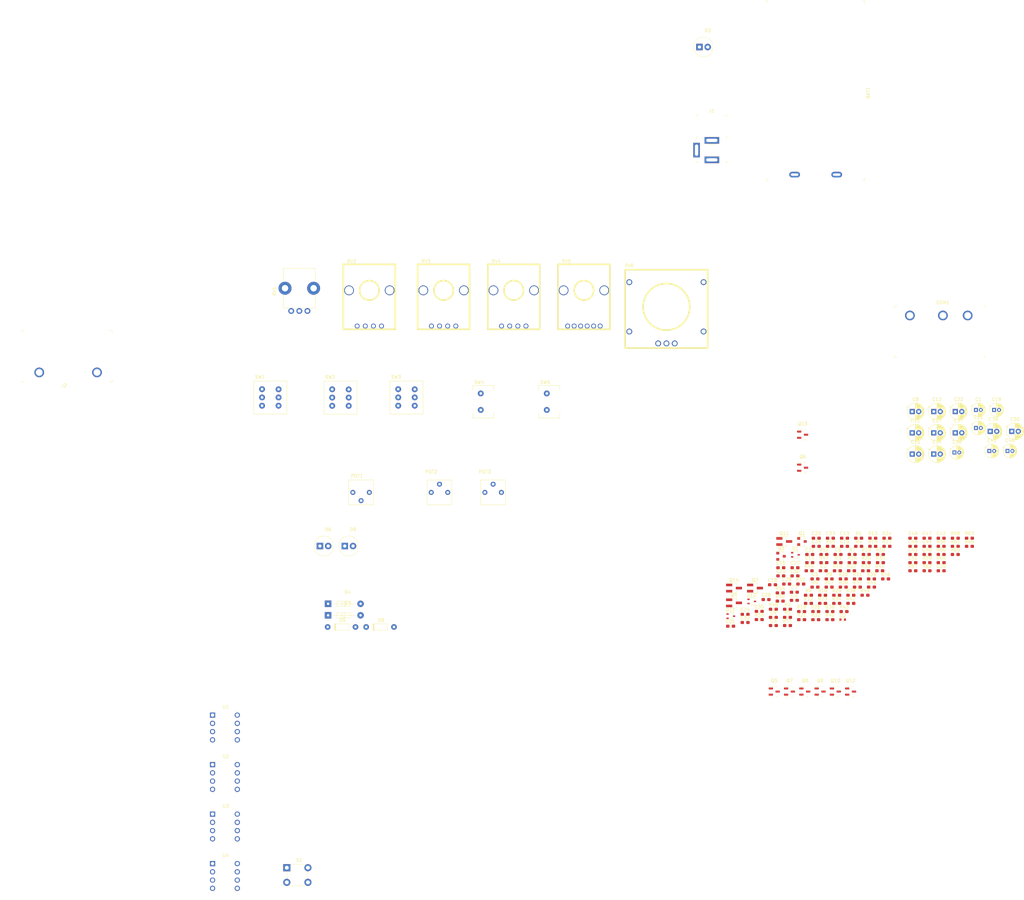
<source format=kicad_pcb>
(kicad_pcb (version 20171130) (host pcbnew "(5.1.5-0-10_14)")
  (layers (0 F.Cu signal) (31 B.Cu signal) (34 B.Paste user) (35 F.Paste user) (36 B.SilkS user) (37 F.SilkS user) (38 B.Mask user) (39 F.Mask user) (44 Edge.Cuts user))
  (net 0 "")
  (net 1 "Net-(J2-PadT)")
  (net 2 GND)
  (net 3 "Net-(C9-Pad2)")
  (net 4 "Net-(POT1-Pad3)")
  (net 5 "Net-(POT2-Pad2)")
  (net 6 "Net-(POT2-Pad1)")
  (net 7 "Net-(POT3-Pad2)")
  (net 8 "Net-(C42-Pad2)")
  (net 9 /tone_block/TONE_IN)
  (net 10 "Net-(R58-Pad1)")
  (net 11 "Net-(C38-Pad1)")
  (net 12 "Net-(R64-Pad2)")
  (net 13 "Net-(R60-Pad2)")
  (net 14 "Net-(RV4-Pad2)")
  (net 15 "Net-(C47-Pad1)")
  (net 16 "Net-(R66-Pad2)")
  (net 17 "Net-(R65-Pad1)")
  (net 18 "Net-(C50-Pad2)")
  (net 19 /tone_block/TONE_OUT)
  (net 20 "Net-(C4-Pad1)")
  (net 21 "Net-(SW1-Pad3)")
  (net 22 "Net-(C6-Pad1)")
  (net 23 "Net-(SW1-Pad1)")
  (net 24 "Net-(D6-Pad1)")
  (net 25 "Net-(SW2-Pad3)")
  (net 26 "Net-(D5-PadA)")
  (net 27 "Net-(D4-Pad2)")
  (net 28 "Net-(D9-Pad2)")
  (net 29 "Net-(SW3-Pad3)")
  (net 30 "Net-(D8-PadK)")
  (net 31 "Net-(D7-Pad1)")
  (net 32 "Net-(C24-Pad2)")
  (net 33 "Net-(C20-Pad1)")
  (net 34 "Net-(C22-Pad1)")
  (net 35 "Net-(C2-Pad2)")
  (net 36 "Net-(C2-Pad1)")
  (net 37 "Net-(C3-Pad2)")
  (net 38 "Net-(C3-Pad1)")
  (net 39 "Net-(C4-Pad2)")
  (net 40 "Net-(C5-Pad2)")
  (net 41 "Net-(C6-Pad2)")
  (net 42 "Net-(C7-Pad2)")
  (net 43 "Net-(C9-Pad1)")
  (net 44 +9V)
  (net 45 "Net-(C13-Pad2)")
  (net 46 +4V)
  (net 47 "Net-(C14-Pad1)")
  (net 48 "Net-(C16-Pad2)")
  (net 49 "Net-(C16-Pad1)")
  (net 50 "Net-(C18-Pad1)")
  (net 51 "Net-(C20-Pad2)")
  (net 52 "Net-(C21-Pad2)")
  (net 53 "Net-(C23-Pad2)")
  (net 54 "Net-(C22-Pad2)")
  (net 55 "Net-(C24-Pad1)")
  (net 56 "Net-(C27-Pad2)")
  (net 57 "Net-(C27-Pad1)")
  (net 58 /SW_BASE_A)
  (net 59 /BYPASS_EN)
  (net 60 /SW_IN_DB)
  (net 61 /SW_BASE_B)
  (net 62 "Net-(C32-Pad1)")
  (net 63 /DIST_IN_EN)
  (net 64 "Net-(C35-Pad1)")
  (net 65 "Net-(C39-Pad2)")
  (net 66 "Net-(C38-Pad2)")
  (net 67 "Net-(C41-Pad1)")
  (net 68 "Net-(C42-Pad1)")
  (net 69 "Net-(C44-Pad2)")
  (net 70 "Net-(C48-Pad2)")
  (net 71 "Net-(C49-Pad2)")
  (net 72 "Net-(C49-Pad1)")
  (net 73 "Net-(D1-Pad2)")
  (net 74 "Net-(D1-Pad1)")
  (net 75 "Net-(D2-Pad2)")
  (net 76 "Net-(D10-Pad2)")
  (net 77 "Net-(D10-Pad1)")
  (net 78 "Net-(D11-Pad2)")
  (net 79 "Net-(D11-Pad1)")
  (net 80 "Net-(J1-Pad2)")
  (net 81 "Net-(J1-Pad1)")
  (net 82 "Net-(C1-Pad2)")
  (net 83 "Net-(BAT1-PadNEG)")
  (net 84 /INPUT_RING)
  (net 85 "Net-(BAT1-PadPOS)")
  (net 86 /BUFFERED_IN)
  (net 87 "Net-(C34-Pad2)")
  (net 88 "Net-(C26-Pad2)")
  (net 89 "Net-(C36-Pad1)")
  (net 90 "Net-(CON1-PadT)")
  (net 91 "Net-(Q5-Pad2)")
  (net 92 "Net-(Q6-Pad2)")
  (net 93 "Net-(R20-Pad1)")
  (net 94 "Net-(C15-Pad1)")
  (net 95 "Net-(D3-Pad1)")
  (net 96 "Net-(C17-Pad2)")
  (net 97 "Net-(Q7-Pad2)")
  (net 98 "Net-(Q8-Pad2)")
  (net 99 "Net-(C19-Pad2)")
  (net 100 "Net-(C19-Pad1)")
  (net 101 "Net-(Q9-Pad1)")
  (net 102 "Net-(C26-Pad1)")
  (net 103 /SW_IN)
  (net 104 "Net-(C34-Pad1)")
  (net 105 "Net-(C37-Pad1)")
  (net 106 "Net-(C37-Pad2)")
  (net 107 "Net-(R56-Pad2)")
  (net 108 "Net-(C43-Pad1)")
  (net 109 "Net-(C46-Pad1)")
  (module Capacitor_THT:CP_Radial_D5.0mm_P2.00mm (layer F.Cu) (at 361.554776 105.645001)
    (fp_text reference C50 (at 1 -3.75) (layer F.SilkS))
    (fp_text value 10u)
    (pad 2 thru_hole circle (at 2 0) (size 1.6 1.6) (drill 0.8) (layers *.Cu *.Mask) (net 18 "Net-(C50-Pad2)"))
    (pad 1 thru_hole rect (at 0 0) (size 1.6 1.6) (drill 0.8) (layers *.Cu *.Mask) (net 19 /tone_block/TONE_OUT))
  )
  (module Capacitor_THT:CP_Radial_D4.0mm_P1.50mm (layer F.Cu) (at 360.239802 111.695001)
    (fp_text reference C46 (at 0.75 -3.25) (layer F.SilkS))
    (fp_text value 1u)
    (pad 2 thru_hole circle (at 1.5 0) (size 1.2 1.2) (drill 0.6) (layers *.Cu *.Mask) (net 19 /tone_block/TONE_OUT))
    (pad 1 thru_hole rect (at 0 0) (size 1.2 1.2) (drill 0.6) (layers *.Cu *.Mask) (net 109 "Net-(C46-Pad1)"))
  )
  (module Capacitor_THT:CP_Radial_D4.0mm_P1.50mm (layer F.Cu) (at 354.639802 111.695001)
    (fp_text reference C43 (at 0.75 -3.25) (layer F.SilkS))
    (fp_text value 1u)
    (pad 2 thru_hole circle (at 1.5 0) (size 1.2 1.2) (drill 0.6) (layers *.Cu *.Mask) (net 68 "Net-(C42-Pad1)"))
    (pad 1 thru_hole rect (at 0 0) (size 1.2 1.2) (drill 0.6) (layers *.Cu *.Mask) (net 108 "Net-(C43-Pad1)"))
  )
  (module Capacitor_THT:CP_Radial_D5.0mm_P2.00mm (layer F.Cu) (at 354.924776 105.645001)
    (fp_text reference C38 (at 1 -3.75) (layer F.SilkS))
    (fp_text value 220n)
    (pad 2 thru_hole circle (at 2 0) (size 1.6 1.6) (drill 0.8) (layers *.Cu *.Mask) (net 66 "Net-(C38-Pad2)"))
    (pad 1 thru_hole rect (at 0 0) (size 1.6 1.6) (drill 0.8) (layers *.Cu *.Mask) (net 11 "Net-(C38-Pad1)"))
  )
  (module Capacitor_THT:CP_Radial_D5.0mm_P2.00mm (layer F.Cu) (at 344.174974 106.11)
    (fp_text reference C37 (at 1 -3.75) (layer F.SilkS))
    (fp_text value 10u)
    (pad 2 thru_hole circle (at 2 0) (size 1.6 1.6) (drill 0.8) (layers *.Cu *.Mask) (net 106 "Net-(C37-Pad2)"))
    (pad 1 thru_hole rect (at 0 0) (size 1.6 1.6) (drill 0.8) (layers *.Cu *.Mask) (net 105 "Net-(C37-Pad1)"))
  )
  (module Capacitor_THT:CP_Radial_D4.0mm_P1.50mm (layer F.Cu) (at 343.89 112.16)
    (fp_text reference C36 (at 0.75 -3.25) (layer F.SilkS))
    (fp_text value 1u)
    (pad 2 thru_hole circle (at 1.5 0) (size 1.2 1.2) (drill 0.6) (layers *.Cu *.Mask) (net 19 /tone_block/TONE_OUT))
    (pad 1 thru_hole rect (at 0 0) (size 1.2 1.2) (drill 0.6) (layers *.Cu *.Mask) (net 89 "Net-(C36-Pad1)"))
  )
  (module Capacitor_THT:CP_Radial_D5.0mm_P2.00mm (layer F.Cu) (at 337.544974 112.66)
    (fp_text reference C34 (at 1 -3.75) (layer F.SilkS))
    (fp_text value 10u)
    (pad 2 thru_hole circle (at 2 0) (size 1.6 1.6) (drill 0.8) (layers *.Cu *.Mask) (net 87 "Net-(C34-Pad2)"))
    (pad 1 thru_hole rect (at 0 0) (size 1.6 1.6) (drill 0.8) (layers *.Cu *.Mask) (net 104 "Net-(C34-Pad1)"))
  )
  (module Capacitor_THT:CP_Radial_D4.0mm_P1.50mm (layer F.Cu) (at 350.52 104.61)
    (fp_text reference C26 (at 0.75 -3.25) (layer F.SilkS))
    (fp_text value 1u)
    (pad 2 thru_hole circle (at 1.5 0) (size 1.2 1.2) (drill 0.6) (layers *.Cu *.Mask) (net 88 "Net-(C26-Pad2)"))
    (pad 1 thru_hole rect (at 0 0) (size 1.2 1.2) (drill 0.6) (layers *.Cu *.Mask) (net 102 "Net-(C26-Pad1)"))
  )
  (module Capacitor_THT:CP_Radial_D5.0mm_P2.00mm (layer F.Cu) (at 344.174974 99.56)
    (fp_text reference C22 (at 1 -3.75) (layer F.SilkS))
    (fp_text value 220n)
    (pad 2 thru_hole circle (at 2 0) (size 1.6 1.6) (drill 0.8) (layers *.Cu *.Mask) (net 54 "Net-(C22-Pad2)"))
    (pad 1 thru_hole rect (at 0 0) (size 1.6 1.6) (drill 0.8) (layers *.Cu *.Mask) (net 34 "Net-(C22-Pad1)"))
  )
  (module Capacitor_THT:CP_Radial_D4.0mm_P1.50mm (layer F.Cu) (at 356.12 99.06)
    (fp_text reference C19 (at 0.75 -3.25) (layer F.SilkS))
    (fp_text value 1u)
    (pad 2 thru_hole circle (at 1.5 0) (size 1.2 1.2) (drill 0.6) (layers *.Cu *.Mask) (net 99 "Net-(C19-Pad2)"))
    (pad 1 thru_hole rect (at 0 0) (size 1.2 1.2) (drill 0.6) (layers *.Cu *.Mask) (net 100 "Net-(C19-Pad1)"))
  )
  (module Capacitor_THT:CP_Radial_D5.0mm_P2.00mm (layer F.Cu) (at 337.544974 106.11)
    (fp_text reference C17 (at 1 -3.75) (layer F.SilkS))
    (fp_text value 10u)
    (pad 2 thru_hole circle (at 2 0) (size 1.6 1.6) (drill 0.8) (layers *.Cu *.Mask) (net 96 "Net-(C17-Pad2)"))
    (pad 1 thru_hole rect (at 0 0) (size 1.6 1.6) (drill 0.8) (layers *.Cu *.Mask) (net 49 "Net-(C16-Pad1)"))
  )
  (module Capacitor_THT:CP_Radial_D5.0mm_P2.00mm (layer F.Cu) (at 330.914974 112.66)
    (fp_text reference C15 (at 1 -3.75) (layer F.SilkS))
    (fp_text value 10u)
    (pad 2 thru_hole circle (at 2 0) (size 1.6 1.6) (drill 0.8) (layers *.Cu *.Mask) (net 2 GND))
    (pad 1 thru_hole rect (at 0 0) (size 1.6 1.6) (drill 0.8) (layers *.Cu *.Mask) (net 94 "Net-(C15-Pad1)"))
  )
  (module Capacitor_THT:CP_Radial_D5.0mm_P2.00mm (layer F.Cu) (at 337.544974 99.56)
    (fp_text reference C12 (at 1 -3.75) (layer F.SilkS))
    (fp_text value 100u)
    (pad 2 thru_hole circle (at 2 0) (size 1.6 1.6) (drill 0.8) (layers *.Cu *.Mask) (net 2 GND))
    (pad 1 thru_hole rect (at 0 0) (size 1.6 1.6) (drill 0.8) (layers *.Cu *.Mask) (net 46 +4V))
  )
  (module Capacitor_THT:CP_Radial_D5.0mm_P2.00mm (layer F.Cu) (at 330.914974 106.11)
    (fp_text reference C11 (at 1 -3.75) (layer F.SilkS))
    (fp_text value 100u)
    (pad 2 thru_hole circle (at 2 0) (size 1.6 1.6) (drill 0.8) (layers *.Cu *.Mask) (net 2 GND))
    (pad 1 thru_hole rect (at 0 0) (size 1.6 1.6) (drill 0.8) (layers *.Cu *.Mask) (net 46 +4V))
  )
  (module Capacitor_THT:CP_Radial_D5.0mm_P2.00mm (layer F.Cu) (at 330.914974 99.56)
    (fp_text reference C8 (at 1 -3.75) (layer F.SilkS))
    (fp_text value 100u)
    (pad 2 thru_hole circle (at 2 0) (size 1.6 1.6) (drill 0.8) (layers *.Cu *.Mask) (net 2 GND))
    (pad 1 thru_hole rect (at 0 0) (size 1.6 1.6) (drill 0.8) (layers *.Cu *.Mask) (net 44 +9V))
  )
  (module Capacitor_THT:CP_Radial_D4.0mm_P1.50mm (layer F.Cu) (at 350.52 99.06)
    (fp_text reference C1 (at 0.75 -3.25) (layer F.SilkS))
    (fp_text value 1u)
    (pad 2 thru_hole circle (at 1.5 0) (size 1.2 1.2) (drill 0.6) (layers *.Cu *.Mask) (net 82 "Net-(C1-Pad2)"))
    (pad 1 thru_hole rect (at 0 0) (size 1.2 1.2) (drill 0.6) (layers *.Cu *.Mask) (net 86 /BUFFERED_IN))
  )
  (module digikey:Headphone_Jack_6.35mm_SN49B12B (layer F.Cu) (at 335.28 74.93)
    (fp_text reference CON1 (at 5.05 -8.95) (layer F.SilkS))
    (fp_text value SN49B12B)
    (pad "" np_thru_hole circle (at 0 0) (size 3.25 3.25) (drill 3.25) (layers *.Cu *.Mask))
    (pad T thru_hole circle (at -5.08 -4.955) (size 3 3) (drill 2.08) (layers *.Cu *.Mask) (net 90 "Net-(CON1-PadT)"))
    (pad R thru_hole circle (at 5.08 -4.955) (size 3 3) (drill 2.08) (layers *.Cu *.Mask) (net 84 /INPUT_RING))
    (pad S thru_hole circle (at 12.7 -4.955) (size 3 3) (drill 2.08) (layers *.Cu *.Mask) (net 2 GND))
    (pad "" np_thru_hole circle (at 12.7 0) (size 3.25 3.25) (drill 3.25) (layers *.Cu *.Mask))
    (pad "" np_thru_hole circle (at -5.08 0) (size 3.25 3.25) (drill 3.25) (layers *.Cu *.Mask))
  )
  (module digikey:SOT-23-3 (layer F.Cu) (at 297.18 116.84)
    (fp_text reference Q6 (at 0.025 -3.375) (layer F.SilkS))
    (fp_text value BC817-25-TP)
    (pad 1 smd rect (at -1.05 -0.95) (size 1.3 0.6) (layers F.Cu F.Paste F.Mask) (net 42 "Net-(C7-Pad2)"))
    (pad 2 smd rect (at -1.05 0.95) (size 1.3 0.6) (layers F.Cu F.Paste F.Mask) (net 92 "Net-(Q6-Pad2)"))
    (pad 3 smd rect (at 1.05 0) (size 1.3 0.6) (layers F.Cu F.Paste F.Mask) (net 44 +9V))
  )
  (module digikey:DO-35 (layer F.Cu) (at 162.855 165.9)
    (fp_text reference D8 (at 4.55 -2.1) (layer F.SilkS))
    (fp_text value 1N34A)
    (pad A thru_hole circle (at 8.56 0) (size 1.733 1.733) (drill 0.733) (layers *.Cu *.Mask) (net 2 GND))
    (pad K thru_hole circle (at 0 0) (size 1.733 1.733) (drill 0.733) (layers *.Cu *.Mask) (net 30 "Net-(D8-PadK)"))
  )
  (module digikey:Diode_DO-35_P10mm (layer F.Cu) (at 151.13 162.3)
    (fp_text reference D7 (at 6 -3.6) (layer F.SilkS))
    (fp_text value 1N4148)
    (pad 2 thru_hole circle (at 10 0) (size 2 2) (drill 0.76) (layers *.Cu *.Mask) (net 2 GND))
    (pad 1 thru_hole rect (at 0 0) (size 2 2) (drill 0.76) (layers *.Cu *.Mask) (net 31 "Net-(D7-Pad1)"))
  )
  (module digikey:DO-35 (layer F.Cu) (at 151.005 165.9)
    (fp_text reference D5 (at 4.55 -2.1) (layer F.SilkS))
    (fp_text value 1N34A)
    (pad A thru_hole circle (at 8.56 0) (size 1.733 1.733) (drill 0.733) (layers *.Cu *.Mask) (net 26 "Net-(D5-PadA)"))
    (pad K thru_hole circle (at 0 0) (size 1.733 1.733) (drill 0.733) (layers *.Cu *.Mask) (net 2 GND))
  )
  (module digikey:Diode_DO-35_P10mm (layer F.Cu) (at 151.13 158.75)
    (fp_text reference D4 (at 6 -3.6) (layer F.SilkS))
    (fp_text value 1N4148)
    (pad 2 thru_hole circle (at 10 0) (size 2 2) (drill 0.76) (layers *.Cu *.Mask) (net 27 "Net-(D4-Pad2)"))
    (pad 1 thru_hole rect (at 0 0) (size 2 2) (drill 0.76) (layers *.Cu *.Mask) (net 2 GND))
  )
  (module digikey:LED_5mm_Radial (layer F.Cu) (at 158.81 140.97)
    (fp_text reference D9 (at 0 -5.08) (layer F.SilkS))
    (fp_text value WP7113QBC_D)
    (pad 1 thru_hole rect (at -2.54 0) (size 2 2) (drill 1) (layers *.Cu *.Mask) (net 2 GND))
    (pad 2 thru_hole circle (at 0 0) (size 2 2) (drill 1) (layers *.Cu *.Mask) (net 28 "Net-(D9-Pad2)"))
  )
  (module digikey:LED_5mm_Radial (layer F.Cu) (at 151.16 140.97)
    (fp_text reference D6 (at 0 -5.08) (layer F.SilkS))
    (fp_text value WP7113QBC_D)
    (pad 1 thru_hole rect (at -2.54 0) (size 2 2) (drill 1) (layers *.Cu *.Mask) (net 24 "Net-(D6-Pad1)"))
    (pad 2 thru_hole circle (at 0 0) (size 2 2) (drill 1) (layers *.Cu *.Mask) (net 2 GND))
  )
  (module digikey:LED_5mm_Radial (layer F.Cu) (at 267.97 -12.7)
    (fp_text reference D3 (at 0 -5.08) (layer F.SilkS))
    (fp_text value WP7113QBC_D)
    (pad 1 thru_hole rect (at -2.54 0) (size 2 2) (drill 1) (layers *.Cu *.Mask) (net 95 "Net-(D3-Pad1)"))
    (pad 2 thru_hole circle (at 0 0) (size 2 2) (drill 1) (layers *.Cu *.Mask) (net 59 /BYPASS_EN))
  )
  (module digikey:DIP-8_W7.62mm (layer F.Cu) (at 115.57 238.76)
    (fp_text reference U4 (at 4.05 -2.52) (layer F.SilkS))
    (fp_text value TL072CP)
    (pad 8 thru_hole circle (at 7.62 0) (size 1.6 1.6) (drill 1) (layers *.Cu *.Mask) (net 44 +9V))
    (pad 7 thru_hole circle (at 7.62 2.54) (size 1.6 1.6) (drill 1) (layers *.Cu *.Mask) (net 72 "Net-(C49-Pad1)"))
    (pad 6 thru_hole circle (at 7.62 5.08) (size 1.6 1.6) (drill 1) (layers *.Cu *.Mask) (net 72 "Net-(C49-Pad1)"))
    (pad 5 thru_hole circle (at 7.62 7.62) (size 1.6 1.6) (drill 1) (layers *.Cu *.Mask) (net 14 "Net-(RV4-Pad2)"))
    (pad 4 thru_hole circle (at 0 7.62) (size 1.6 1.6) (drill 1) (layers *.Cu *.Mask) (net 2 GND))
    (pad 3 thru_hole circle (at 0 5.08) (size 1.6 1.6) (drill 1) (layers *.Cu *.Mask) (net 70 "Net-(C48-Pad2)"))
    (pad 2 thru_hole circle (at 0 2.54) (size 1.6 1.6) (drill 1) (layers *.Cu *.Mask) (net 69 "Net-(C44-Pad2)"))
    (pad 1 thru_hole rect (at 0 0) (size 1.6 1.6) (drill 1) (layers *.Cu *.Mask) (net 19 /tone_block/TONE_OUT))
  )
  (module digikey:DIP-8_W7.62mm (layer F.Cu) (at 115.57 223.52)
    (fp_text reference U3 (at 4.05 -2.52) (layer F.SilkS))
    (fp_text value TL072CP)
    (pad 8 thru_hole circle (at 7.62 0) (size 1.6 1.6) (drill 1) (layers *.Cu *.Mask) (net 44 +9V))
    (pad 7 thru_hole circle (at 7.62 2.54) (size 1.6 1.6) (drill 1) (layers *.Cu *.Mask) (net 107 "Net-(R56-Pad2)"))
    (pad 6 thru_hole circle (at 7.62 5.08) (size 1.6 1.6) (drill 1) (layers *.Cu *.Mask) (net 107 "Net-(R56-Pad2)"))
    (pad 5 thru_hole circle (at 7.62 7.62) (size 1.6 1.6) (drill 1) (layers *.Cu *.Mask) (net 65 "Net-(C39-Pad2)"))
    (pad 4 thru_hole circle (at 0 7.62) (size 1.6 1.6) (drill 1) (layers *.Cu *.Mask) (net 2 GND))
    (pad 3 thru_hole circle (at 0 5.08) (size 1.6 1.6) (drill 1) (layers *.Cu *.Mask) (net 9 /tone_block/TONE_IN))
    (pad 2 thru_hole circle (at 0 2.54) (size 1.6 1.6) (drill 1) (layers *.Cu *.Mask) (net 8 "Net-(C42-Pad2)"))
    (pad 1 thru_hole rect (at 0 0) (size 1.6 1.6) (drill 1) (layers *.Cu *.Mask) (net 68 "Net-(C42-Pad1)"))
  )
  (module digikey:DIP-8_W7.62mm (layer F.Cu) (at 115.57 208.28)
    (fp_text reference U2 (at 4.05 -2.52) (layer F.SilkS))
    (fp_text value TL072CP)
    (pad 8 thru_hole circle (at 7.62 0) (size 1.6 1.6) (drill 1) (layers *.Cu *.Mask) (net 44 +9V))
    (pad 7 thru_hole circle (at 7.62 2.54) (size 1.6 1.6) (drill 1) (layers *.Cu *.Mask) (net 57 "Net-(C27-Pad1)"))
    (pad 6 thru_hole circle (at 7.62 5.08) (size 1.6 1.6) (drill 1) (layers *.Cu *.Mask) (net 56 "Net-(C27-Pad2)"))
    (pad 5 thru_hole circle (at 7.62 7.62) (size 1.6 1.6) (drill 1) (layers *.Cu *.Mask) (net 46 +4V))
    (pad 4 thru_hole circle (at 0 7.62) (size 1.6 1.6) (drill 1) (layers *.Cu *.Mask) (net 2 GND))
    (pad 3 thru_hole circle (at 0 5.08) (size 1.6 1.6) (drill 1) (layers *.Cu *.Mask) (net 100 "Net-(C19-Pad1)"))
    (pad 2 thru_hole circle (at 0 2.54) (size 1.6 1.6) (drill 1) (layers *.Cu *.Mask) (net 32 "Net-(C24-Pad2)"))
    (pad 1 thru_hole rect (at 0 0) (size 1.6 1.6) (drill 1) (layers *.Cu *.Mask) (net 55 "Net-(C24-Pad1)"))
  )
  (module digikey:DIP-8_W7.62mm (layer F.Cu) (at 115.57 193.04)
    (fp_text reference U1 (at 4.05 -2.52) (layer F.SilkS))
    (fp_text value TL072CP)
    (pad 8 thru_hole circle (at 7.62 0) (size 1.6 1.6) (drill 1) (layers *.Cu *.Mask) (net 44 +9V))
    (pad 7 thru_hole circle (at 7.62 2.54) (size 1.6 1.6) (drill 1) (layers *.Cu *.Mask) (net 49 "Net-(C16-Pad1)"))
    (pad 6 thru_hole circle (at 7.62 5.08) (size 1.6 1.6) (drill 1) (layers *.Cu *.Mask) (net 48 "Net-(C16-Pad2)"))
    (pad 5 thru_hole circle (at 7.62 7.62) (size 1.6 1.6) (drill 1) (layers *.Cu *.Mask) (net 47 "Net-(C14-Pad1)"))
    (pad 4 thru_hole circle (at 0 7.62) (size 1.6 1.6) (drill 1) (layers *.Cu *.Mask) (net 2 GND))
    (pad 3 thru_hole circle (at 0 5.08) (size 1.6 1.6) (drill 1) (layers *.Cu *.Mask) (net 38 "Net-(C3-Pad1)"))
    (pad 2 thru_hole circle (at 0 2.54) (size 1.6 1.6) (drill 1) (layers *.Cu *.Mask) (net 3 "Net-(C9-Pad2)"))
    (pad 1 thru_hole rect (at 0 0) (size 1.6 1.6) (drill 1) (layers *.Cu *.Mask) (net 43 "Net-(C9-Pad1)"))
  )
  (module digikey:Switch_Tactile_THT_6x6mm (layer F.Cu) (at 138.43 240.03)
    (fp_text reference S1 (at 3.81 -2.3368) (layer F.SilkS))
    (fp_text value 1825910-6)
    (pad 3 thru_hole circle (at 0 4.5) (size 2.2 2.2) (drill 1.2) (layers *.Cu *.Mask) (net 103 /SW_IN))
    (pad 4 thru_hole circle (at 6.5 4.5) (size 2.2 2.2) (drill 1.2) (layers *.Cu *.Mask) (net 103 /SW_IN))
    (pad 2 thru_hole circle (at 6.5 0) (size 2.2 2.2) (drill 1.2) (layers *.Cu *.Mask) (net 2 GND))
    (pad 1 thru_hole rect (at 0 0) (size 2.2 2.2) (drill 1.2) (layers *.Cu *.Mask) (net 2 GND))
  )
  (module digikey:SOT-23-3 (layer F.Cu) (at 311.95 185.785)
    (fp_text reference Q12 (at 0.025 -3.375) (layer F.SilkS))
    (fp_text value BC817-25-TP)
    (pad 1 smd rect (at -1.05 -0.95) (size 1.3 0.6) (layers F.Cu F.Paste F.Mask) (net 58 /SW_BASE_A))
    (pad 2 smd rect (at -1.05 0.95) (size 1.3 0.6) (layers F.Cu F.Paste F.Mask) (net 2 GND))
    (pad 3 smd rect (at 1.05 0) (size 1.3 0.6) (layers F.Cu F.Paste F.Mask) (net 63 /DIST_IN_EN))
  )
  (module digikey:SOT-23-3 (layer F.Cu) (at 307.25 185.785)
    (fp_text reference Q10 (at 0.025 -3.375) (layer F.SilkS))
    (fp_text value BC817-25-TP)
    (pad 1 smd rect (at -1.05 -0.95) (size 1.3 0.6) (layers F.Cu F.Paste F.Mask) (net 61 /SW_BASE_B))
    (pad 2 smd rect (at -1.05 0.95) (size 1.3 0.6) (layers F.Cu F.Paste F.Mask) (net 2 GND))
    (pad 3 smd rect (at 1.05 0) (size 1.3 0.6) (layers F.Cu F.Paste F.Mask) (net 59 /BYPASS_EN))
  )
  (module digikey:SOT-23-3 (layer F.Cu) (at 302.55 185.785)
    (fp_text reference Q9 (at 0.025 -3.375) (layer F.SilkS))
    (fp_text value BC817-25-TP)
    (pad 1 smd rect (at -1.05 -0.95) (size 1.3 0.6) (layers F.Cu F.Paste F.Mask) (net 101 "Net-(Q9-Pad1)"))
    (pad 2 smd rect (at -1.05 0.95) (size 1.3 0.6) (layers F.Cu F.Paste F.Mask) (net 102 "Net-(C26-Pad1)"))
    (pad 3 smd rect (at 1.05 0) (size 1.3 0.6) (layers F.Cu F.Paste F.Mask) (net 44 +9V))
  )
  (module digikey:SOT-23-3 (layer F.Cu) (at 297.85 185.785)
    (fp_text reference Q8 (at 0.025 -3.375) (layer F.SilkS))
    (fp_text value BC817-25-TP)
    (pad 1 smd rect (at -1.05 -0.95) (size 1.3 0.6) (layers F.Cu F.Paste F.Mask) (net 53 "Net-(C23-Pad2)"))
    (pad 2 smd rect (at -1.05 0.95) (size 1.3 0.6) (layers F.Cu F.Paste F.Mask) (net 98 "Net-(Q8-Pad2)"))
    (pad 3 smd rect (at 1.05 0) (size 1.3 0.6) (layers F.Cu F.Paste F.Mask) (net 44 +9V))
  )
  (module digikey:SOT-23-3 (layer F.Cu) (at 293.15 185.785)
    (fp_text reference Q7 (at 0.025 -3.375) (layer F.SilkS))
    (fp_text value BC817-25-TP)
    (pad 1 smd rect (at -1.05 -0.95) (size 1.3 0.6) (layers F.Cu F.Paste F.Mask) (net 52 "Net-(C21-Pad2)"))
    (pad 2 smd rect (at -1.05 0.95) (size 1.3 0.6) (layers F.Cu F.Paste F.Mask) (net 97 "Net-(Q7-Pad2)"))
    (pad 3 smd rect (at 1.05 0) (size 1.3 0.6) (layers F.Cu F.Paste F.Mask) (net 44 +9V))
  )
  (module digikey:SOT-23-3 (layer F.Cu) (at 288.45 185.785)
    (fp_text reference Q5 (at 0.025 -3.375) (layer F.SilkS))
    (fp_text value BC817-25-TP)
    (pad 1 smd rect (at -1.05 -0.95) (size 1.3 0.6) (layers F.Cu F.Paste F.Mask) (net 40 "Net-(C5-Pad2)"))
    (pad 2 smd rect (at -1.05 0.95) (size 1.3 0.6) (layers F.Cu F.Paste F.Mask) (net 91 "Net-(Q5-Pad2)"))
    (pad 3 smd rect (at 1.05 0) (size 1.3 0.6) (layers F.Cu F.Paste F.Mask) (net 44 +9V))
  )
  (module digikey:Barrel_Jack_5.5mmODx2.1mmID_PJ-202A (layer F.Cu) (at 269.24 19.05)
    (fp_text reference J1 (at 0 -12.1) (layer F.SilkS))
    (fp_text value PJ-202A)
    (pad 2 thru_hole rect (at 0 -3) (size 4.5 2) (drill oval 3.5 1) (layers *.Cu *.Mask) (net 80 "Net-(J1-Pad2)"))
    (pad 1 thru_hole rect (at 0 3) (size 4.5 2) (drill oval 3.5 1) (layers *.Cu *.Mask) (net 81 "Net-(J1-Pad1)"))
    (pad 3 thru_hole rect (at -4.7 0) (size 2 4.5) (drill oval 1 3.5) (layers *.Cu *.Mask) (net 85 "Net-(BAT1-PadPOS)"))
  )
  (module digikey:Battery_Holder_9V_BC9VPC-ND (layer F.Cu) (at 312.42 13.97 270)
    (fp_text reference BAT1 (at -12.54 -4.91 90) (layer F.SilkS))
    (fp_text value BC9VPC)
    (pad POS thru_hole oval (at 12.62 4.74 270) (size 1.75 3.3) (drill oval 0.75 2.3) (layers *.Cu *.Mask) (net 85 "Net-(BAT1-PadPOS)"))
    (pad "" np_thru_hole circle (at -26.87 0 270) (size 5.57 5.57) (drill 5.57) (layers *.Cu *.Mask))
    (pad "" np_thru_hole circle (at 0 0 270) (size 5.57 5.57) (drill 5.57) (layers *.Cu *.Mask))
    (pad "" np_thru_hole circle (at -13.49 22.5 270) (size 5.57 5.57) (drill 5.57) (layers *.Cu *.Mask))
    (pad NEG thru_hole oval (at 12.62 17.69 270) (size 1.75 3.3) (drill oval 0.75 2.3) (layers *.Cu *.Mask) (net 83 "Net-(BAT1-PadNEG)"))
  )
  (module digikey:SOT-23-3 (layer F.Cu) (at 297.18 106.68)
    (fp_text reference Q13 (at 0.025 -3.375) (layer F.SilkS))
    (fp_text value BC817-25-TP)
    (pad 1 smd rect (at -1.05 -0.95) (size 1.3 0.6) (layers F.Cu F.Paste F.Mask) (net 104 "Net-(C34-Pad1)"))
    (pad 2 smd rect (at -1.05 0.95) (size 1.3 0.6) (layers F.Cu F.Paste F.Mask) (net 105 "Net-(C37-Pad1)"))
    (pad 3 smd rect (at 1.05 0) (size 1.3 0.6) (layers F.Cu F.Paste F.Mask) (net 44 +9V))
  )
  (module Potentiometer_THT:Potentiometer_Bourns_PTV09A-1_Single_Vertical (layer F.Cu) (at 144.78 68.58 90)
    (fp_text reference RV1 (at 6.05 -10.15 90) (layer F.SilkS))
    (fp_text value R_POT_US)
    (pad "" np_thru_hole circle (at 7 1.9 90) (size 4 4) (drill 2) (layers *.Cu *.Mask))
    (pad "" np_thru_hole circle (at 7 -6.9 90) (size 4 4) (drill 2) (layers *.Cu *.Mask))
    (pad 1 thru_hole circle (at 0 0 90) (size 1.8 1.8) (drill 1) (layers *.Cu *.Mask) (net 93 "Net-(R20-Pad1)"))
    (pad 2 thru_hole circle (at 0 -2.5 90) (size 1.8 1.8) (drill 1) (layers *.Cu *.Mask) (net 49 "Net-(C16-Pad1)"))
    (pad 3 thru_hole circle (at 0 -5 90) (size 1.8 1.8) (drill 1) (layers *.Cu *.Mask) (net 49 "Net-(C16-Pad1)"))
  )
  (module Resistor_SMD:R_0603_1608Metric_Pad1.05x0.95mm_HandSolder (layer F.Cu) (at 348.52 141.06)
    (fp_text reference R66 (at 0 -1.43) (layer F.SilkS))
    (fp_text value 2.2k)
    (pad 2 smd roundrect (at 0.875 0) (size 1.05 0.95) (layers F.Cu F.Paste F.Mask) (net 16 "Net-(R66-Pad2)"))
    (pad 1 smd roundrect (at -0.875 0) (size 1.05 0.95) (layers F.Cu F.Paste F.Mask) (net 71 "Net-(C49-Pad2)"))
  )
  (module Resistor_SMD:R_0603_1608Metric_Pad1.05x0.95mm_HandSolder (layer F.Cu) (at 344.17 143.57)
    (fp_text reference R65 (at 0 -1.43) (layer F.SilkS))
    (fp_text value 2.2k)
    (pad 2 smd roundrect (at 0.875 0) (size 1.05 0.95) (layers F.Cu F.Paste F.Mask) (net 2 GND))
    (pad 1 smd roundrect (at -0.875 0) (size 1.05 0.95) (layers F.Cu F.Paste F.Mask) (net 17 "Net-(R65-Pad1)"))
  )
  (module Resistor_SMD:R_0603_1608Metric_Pad1.05x0.95mm_HandSolder (layer F.Cu) (at 339.82 146.08)
    (fp_text reference R64 (at 0 -1.43) (layer F.SilkS))
    (fp_text value 330)
    (pad 2 smd roundrect (at 0.875 0) (size 1.05 0.95) (layers F.Cu F.Paste F.Mask) (net 12 "Net-(R64-Pad2)"))
    (pad 1 smd roundrect (at -0.875 0) (size 1.05 0.95) (layers F.Cu F.Paste F.Mask) (net 109 "Net-(C46-Pad1)"))
  )
  (module Resistor_SMD:R_0603_1608Metric_Pad1.05x0.95mm_HandSolder (layer F.Cu) (at 348.52 138.55)
    (fp_text reference R63 (at 0 -1.43) (layer F.SilkS))
    (fp_text value 47k)
    (pad 2 smd roundrect (at 0.875 0) (size 1.05 0.95) (layers F.Cu F.Paste F.Mask) (net 69 "Net-(C44-Pad2)"))
    (pad 1 smd roundrect (at -0.875 0) (size 1.05 0.95) (layers F.Cu F.Paste F.Mask) (net 19 /tone_block/TONE_OUT))
  )
  (module Resistor_SMD:R_0603_1608Metric_Pad1.05x0.95mm_HandSolder (layer F.Cu) (at 335.47 148.59)
    (fp_text reference R62 (at 0 -1.43) (layer F.SilkS))
    (fp_text value 1M)
    (pad 2 smd roundrect (at 0.875 0) (size 1.05 0.95) (layers F.Cu F.Paste F.Mask) (net 46 +4V))
    (pad 1 smd roundrect (at -0.875 0) (size 1.05 0.95) (layers F.Cu F.Paste F.Mask) (net 70 "Net-(C48-Pad2)"))
  )
  (module Resistor_SMD:R_0603_1608Metric_Pad1.05x0.95mm_HandSolder (layer F.Cu) (at 344.17 141.06)
    (fp_text reference R61 (at 0 -1.43) (layer F.SilkS))
    (fp_text value 47k)
    (pad 2 smd roundrect (at 0.875 0) (size 1.05 0.95) (layers F.Cu F.Paste F.Mask) (net 108 "Net-(C43-Pad1)"))
    (pad 1 smd roundrect (at -0.875 0) (size 1.05 0.95) (layers F.Cu F.Paste F.Mask) (net 69 "Net-(C44-Pad2)"))
  )
  (module Resistor_SMD:R_0603_1608Metric_Pad1.05x0.95mm_HandSolder (layer F.Cu) (at 339.82 143.57)
    (fp_text reference R60 (at 0 -1.43) (layer F.SilkS))
    (fp_text value 330)
    (pad 2 smd roundrect (at 0.875 0) (size 1.05 0.95) (layers F.Cu F.Paste F.Mask) (net 13 "Net-(R60-Pad2)"))
    (pad 1 smd roundrect (at -0.875 0) (size 1.05 0.95) (layers F.Cu F.Paste F.Mask) (net 108 "Net-(C43-Pad1)"))
  )
  (module Resistor_SMD:R_0603_1608Metric_Pad1.05x0.95mm_HandSolder (layer F.Cu) (at 335.47 146.08)
    (fp_text reference R59 (at 0 -1.43) (layer F.SilkS))
    (fp_text value 22k)
    (pad 2 smd roundrect (at 0.875 0) (size 1.05 0.95) (layers F.Cu F.Paste F.Mask) (net 8 "Net-(C42-Pad2)"))
    (pad 1 smd roundrect (at -0.875 0) (size 1.05 0.95) (layers F.Cu F.Paste F.Mask) (net 68 "Net-(C42-Pad1)"))
  )
  (module Resistor_SMD:R_0603_1608Metric_Pad1.05x0.95mm_HandSolder (layer F.Cu) (at 344.17 138.55)
    (fp_text reference R58 (at 0 -1.43) (layer F.SilkS))
    (fp_text value 2.2k)
    (pad 2 smd roundrect (at 0.875 0) (size 1.05 0.95) (layers F.Cu F.Paste F.Mask) (net 67 "Net-(C41-Pad1)"))
    (pad 1 smd roundrect (at -0.875 0) (size 1.05 0.95) (layers F.Cu F.Paste F.Mask) (net 10 "Net-(R58-Pad1)"))
  )
  (module Resistor_SMD:R_0603_1608Metric_Pad1.05x0.95mm_HandSolder (layer F.Cu) (at 331.12 148.59)
    (fp_text reference R57 (at 0 -1.43) (layer F.SilkS))
    (fp_text value 100k)
    (pad 2 smd roundrect (at 0.875 0) (size 1.05 0.95) (layers F.Cu F.Paste F.Mask) (net 46 +4V))
    (pad 1 smd roundrect (at -0.875 0) (size 1.05 0.95) (layers F.Cu F.Paste F.Mask) (net 65 "Net-(C39-Pad2)"))
  )
  (module Resistor_SMD:R_0603_1608Metric_Pad1.05x0.95mm_HandSolder (layer F.Cu) (at 339.82 141.06)
    (fp_text reference R56 (at 0 -1.43) (layer F.SilkS))
    (fp_text value 2.2k)
    (pad 2 smd roundrect (at 0.875 0) (size 1.05 0.95) (layers F.Cu F.Paste F.Mask) (net 107 "Net-(R56-Pad2)"))
    (pad 1 smd roundrect (at -0.875 0) (size 1.05 0.95) (layers F.Cu F.Paste F.Mask) (net 66 "Net-(C38-Pad2)"))
  )
  (module Resistor_SMD:R_0603_1608Metric_Pad1.05x0.95mm_HandSolder (layer F.Cu) (at 305.73 141.06)
    (fp_text reference R55 (at 0 -1.43) (layer F.SilkS))
    (fp_text value 1M)
    (pad 2 smd roundrect (at 0.875 0) (size 1.05 0.95) (layers F.Cu F.Paste F.Mask) (net 87 "Net-(C34-Pad2)"))
    (pad 1 smd roundrect (at -0.875 0) (size 1.05 0.95) (layers F.Cu F.Paste F.Mask) (net 46 +4V))
  )
  (module Resistor_SMD:R_0603_1608Metric_Pad1.05x0.95mm_HandSolder (layer F.Cu) (at 290.28 155.41)
    (fp_text reference R54 (at 0 -1.43) (layer F.SilkS))
    (fp_text value 1k)
    (pad 2 smd roundrect (at 0.875 0) (size 1.05 0.95) (layers F.Cu F.Paste F.Mask) (net 106 "Net-(C37-Pad2)"))
    (pad 1 smd roundrect (at -0.875 0) (size 1.05 0.95) (layers F.Cu F.Paste F.Mask) (net 1 "Net-(J2-PadT)"))
  )
  (module Resistor_SMD:R_0603_1608Metric_Pad1.05x0.95mm_HandSolder (layer F.Cu) (at 283.83 163.61)
    (fp_text reference R53 (at 0 -1.43) (layer F.SilkS))
    (fp_text value 100k)
    (pad 2 smd roundrect (at 0.875 0) (size 1.05 0.95) (layers F.Cu F.Paste F.Mask) (net 2 GND))
    (pad 1 smd roundrect (at -0.875 0) (size 1.05 0.95) (layers F.Cu F.Paste F.Mask) (net 106 "Net-(C37-Pad2)"))
  )
  (module Resistor_SMD:R_0603_1608Metric_Pad1.05x0.95mm_HandSolder (layer F.Cu) (at 303.73 143.57)
    (fp_text reference R52 (at 0 -1.43) (layer F.SilkS))
    (fp_text value 1M)
    (pad 2 smd roundrect (at 0.875 0) (size 1.05 0.95) (layers F.Cu F.Paste F.Mask) (net 89 "Net-(C36-Pad1)"))
    (pad 1 smd roundrect (at -0.875 0) (size 1.05 0.95) (layers F.Cu F.Paste F.Mask) (net 46 +4V))
  )
  (module Resistor_SMD:R_0603_1608Metric_Pad1.05x0.95mm_HandSolder (layer F.Cu) (at 296.63 152.67)
    (fp_text reference R51 (at 0 -1.43) (layer F.SilkS))
    (fp_text value 10k)
    (pad 2 smd roundrect (at 0.875 0) (size 1.05 0.95) (layers F.Cu F.Paste F.Mask) (net 2 GND))
    (pad 1 smd roundrect (at -0.875 0) (size 1.05 0.95) (layers F.Cu F.Paste F.Mask) (net 105 "Net-(C37-Pad1)"))
  )
  (module Resistor_SMD:R_0603_1608Metric_Pad1.05x0.95mm_HandSolder (layer F.Cu) (at 290.28 157.92)
    (fp_text reference R50 (at 0 -1.43) (layer F.SilkS))
    (fp_text value 1M)
    (pad 2 smd roundrect (at 0.875 0) (size 1.05 0.95) (layers F.Cu F.Paste F.Mask) (net 64 "Net-(C35-Pad1)"))
    (pad 1 smd roundrect (at -0.875 0) (size 1.05 0.95) (layers F.Cu F.Paste F.Mask) (net 63 /DIST_IN_EN))
  )
  (module Resistor_SMD:R_0603_1608Metric_Pad1.05x0.95mm_HandSolder (layer F.Cu) (at 299.18 148.59)
    (fp_text reference R49 (at 0 -1.43) (layer F.SilkS))
    (fp_text value 56k)
    (pad 2 smd roundrect (at 0.875 0) (size 1.05 0.95) (layers F.Cu F.Paste F.Mask) (net 63 /DIST_IN_EN))
    (pad 1 smd roundrect (at -0.875 0) (size 1.05 0.95) (layers F.Cu F.Paste F.Mask) (net 44 +9V))
  )
  (module Resistor_SMD:R_0603_1608Metric_Pad1.05x0.95mm_HandSolder (layer F.Cu) (at 288.18 160.43)
    (fp_text reference R48 (at 0 -1.43) (layer F.SilkS))
    (fp_text value 100k)
    (pad 2 smd roundrect (at 0.875 0) (size 1.05 0.95) (layers F.Cu F.Paste F.Mask) (net 104 "Net-(C34-Pad1)"))
    (pad 1 smd roundrect (at -0.875 0) (size 1.05 0.95) (layers F.Cu F.Paste F.Mask) (net 46 +4V))
  )
  (module Resistor_SMD:R_0603_1608Metric_Pad1.05x0.95mm_HandSolder (layer F.Cu) (at 303.73 146.08)
    (fp_text reference R47 (at 0 -1.43) (layer F.SilkS))
    (fp_text value 56k)
    (pad 2 smd roundrect (at 0.875 0) (size 1.05 0.95) (layers F.Cu F.Paste F.Mask) (net 2 GND))
    (pad 1 smd roundrect (at -0.875 0) (size 1.05 0.95) (layers F.Cu F.Paste F.Mask) (net 58 /SW_BASE_A))
  )
  (module Resistor_SMD:R_0603_1608Metric_Pad1.05x0.95mm_HandSolder (layer F.Cu) (at 322.73 151.1)
    (fp_text reference R46 (at 0 -1.43) (layer F.SilkS))
    (fp_text value 100k)
    (pad 2 smd roundrect (at 0.875 0) (size 1.05 0.95) (layers F.Cu F.Paste F.Mask) (net 63 /DIST_IN_EN))
    (pad 1 smd roundrect (at -0.875 0) (size 1.05 0.95) (layers F.Cu F.Paste F.Mask) (net 61 /SW_BASE_B))
  )
  (module Resistor_SMD:R_0603_1608Metric_Pad1.05x0.95mm_HandSolder (layer F.Cu) (at 316.38 156.12)
    (fp_text reference R45 (at 0 -1.43) (layer F.SilkS))
    (fp_text value 22k)
    (pad 2 smd roundrect (at 0.875 0) (size 1.05 0.95) (layers F.Cu F.Paste F.Mask) (net 57 "Net-(C27-Pad1)"))
    (pad 1 smd roundrect (at -0.875 0) (size 1.05 0.95) (layers F.Cu F.Paste F.Mask) (net 9 /tone_block/TONE_IN))
  )
  (module Resistor_SMD:R_0603_1608Metric_Pad1.05x0.95mm_HandSolder (layer F.Cu) (at 318.38 153.61)
    (fp_text reference R44 (at 0 -1.43) (layer F.SilkS))
    (fp_text value 1M)
    (pad 2 smd roundrect (at 0.875 0) (size 1.05 0.95) (layers F.Cu F.Paste F.Mask) (net 59 /BYPASS_EN))
    (pad 1 smd roundrect (at -0.875 0) (size 1.05 0.95) (layers F.Cu F.Paste F.Mask) (net 62 "Net-(C32-Pad1)"))
  )
  (module Resistor_SMD:R_0603_1608Metric_Pad1.05x0.95mm_HandSolder (layer F.Cu) (at 309.93 161.14)
    (fp_text reference R43 (at 0 -1.43) (layer F.SilkS))
    (fp_text value 1M)
    (pad 2 smd roundrect (at 0.875 0) (size 1.05 0.95) (layers F.Cu F.Paste F.Mask) (net 60 /SW_IN_DB))
    (pad 1 smd roundrect (at -0.875 0) (size 1.05 0.95) (layers F.Cu F.Paste F.Mask) (net 44 +9V))
  )
  (module Resistor_SMD:R_0603_1608Metric_Pad1.05x0.95mm_HandSolder (layer F.Cu) (at 312.03 158.63)
    (fp_text reference R42 (at 0 -1.43) (layer F.SilkS))
    (fp_text value 100k)
    (pad 2 smd roundrect (at 0.875 0) (size 1.05 0.95) (layers F.Cu F.Paste F.Mask) (net 58 /SW_BASE_A))
    (pad 1 smd roundrect (at -0.875 0) (size 1.05 0.95) (layers F.Cu F.Paste F.Mask) (net 59 /BYPASS_EN))
  )
  (module Resistor_SMD:R_0603_1608Metric_Pad1.05x0.95mm_HandSolder (layer F.Cu) (at 320.93 148.59)
    (fp_text reference R41 (at 0 -1.43) (layer F.SilkS))
    (fp_text value 100)
    (pad 2 smd roundrect (at 0.875 0) (size 1.05 0.95) (layers F.Cu F.Paste F.Mask) (net 103 /SW_IN))
    (pad 1 smd roundrect (at -0.875 0) (size 1.05 0.95) (layers F.Cu F.Paste F.Mask) (net 60 /SW_IN_DB))
  )
  (module Resistor_SMD:R_0603_1608Metric_Pad1.05x0.95mm_HandSolder (layer F.Cu) (at 305.58 163.65)
    (fp_text reference R40 (at 0 -1.43) (layer F.SilkS))
    (fp_text value 1M)
    (pad 2 smd roundrect (at 0.875 0) (size 1.05 0.95) (layers F.Cu F.Paste F.Mask) (net 88 "Net-(C26-Pad2)"))
    (pad 1 smd roundrect (at -0.875 0) (size 1.05 0.95) (layers F.Cu F.Paste F.Mask) (net 46 +4V))
  )
  (module Resistor_SMD:R_0603_1608Metric_Pad1.05x0.95mm_HandSolder (layer F.Cu) (at 318.38 151.1)
    (fp_text reference R39 (at 0 -1.43) (layer F.SilkS))
    (fp_text value 56k)
    (pad 2 smd roundrect (at 0.875 0) (size 1.05 0.95) (layers F.Cu F.Paste F.Mask) (net 2 GND))
    (pad 1 smd roundrect (at -0.875 0) (size 1.05 0.95) (layers F.Cu F.Paste F.Mask) (net 61 /SW_BASE_B))
  )
  (module Resistor_SMD:R_0603_1608Metric_Pad1.05x0.95mm_HandSolder (layer F.Cu) (at 312.03 156.12)
    (fp_text reference R38 (at 0 -1.43) (layer F.SilkS))
    (fp_text value 22k)
    (pad 2 smd roundrect (at 0.875 0) (size 1.05 0.95) (layers F.Cu F.Paste F.Mask) (net 56 "Net-(C27-Pad2)"))
    (pad 1 smd roundrect (at -0.875 0) (size 1.05 0.95) (layers F.Cu F.Paste F.Mask) (net 57 "Net-(C27-Pad1)"))
  )
  (module Resistor_SMD:R_0603_1608Metric_Pad1.05x0.95mm_HandSolder (layer F.Cu) (at 314.03 153.61)
    (fp_text reference R37 (at 0 -1.43) (layer F.SilkS))
    (fp_text value 56k)
    (pad 2 smd roundrect (at 0.875 0) (size 1.05 0.95) (layers F.Cu F.Paste F.Mask) (net 59 /BYPASS_EN))
    (pad 1 smd roundrect (at -0.875 0) (size 1.05 0.95) (layers F.Cu F.Paste F.Mask) (net 44 +9V))
  )
  (module Resistor_SMD:R_0603_1608Metric_Pad1.05x0.95mm_HandSolder (layer F.Cu) (at 305.58 161.14)
    (fp_text reference R36 (at 0 -1.43) (layer F.SilkS))
    (fp_text value 22k)
    (pad 2 smd roundrect (at 0.875 0) (size 1.05 0.95) (layers F.Cu F.Paste F.Mask) (net 55 "Net-(C24-Pad1)"))
    (pad 1 smd roundrect (at -0.875 0) (size 1.05 0.95) (layers F.Cu F.Paste F.Mask) (net 56 "Net-(C27-Pad2)"))
  )
  (module Resistor_SMD:R_0603_1608Metric_Pad1.05x0.95mm_HandSolder (layer F.Cu) (at 321.13 146.08)
    (fp_text reference R35 (at 0 -1.43) (layer F.SilkS))
    (fp_text value 10k)
    (pad 2 smd roundrect (at 0.875 0) (size 1.05 0.95) (layers F.Cu F.Paste F.Mask) (net 2 GND))
    (pad 1 smd roundrect (at -0.875 0) (size 1.05 0.95) (layers F.Cu F.Paste F.Mask) (net 102 "Net-(C26-Pad1)"))
  )
  (module Resistor_SMD:R_0603_1608Metric_Pad1.05x0.95mm_HandSolder (layer F.Cu) (at 307.68 158.63)
    (fp_text reference R34 (at 0 -1.43) (layer F.SilkS))
    (fp_text value 3.3k)
    (pad 2 smd roundrect (at 0.875 0) (size 1.05 0.95) (layers F.Cu F.Paste F.Mask) (net 32 "Net-(C24-Pad2)"))
    (pad 1 smd roundrect (at -0.875 0) (size 1.05 0.95) (layers F.Cu F.Paste F.Mask) (net 55 "Net-(C24-Pad1)"))
  )
  (module Resistor_SMD:R_0603_1608Metric_Pad1.05x0.95mm_HandSolder (layer F.Cu) (at 316.58 148.59)
    (fp_text reference R33 (at 0 -1.43) (layer F.SilkS))
    (fp_text value 10k)
    (pad 2 smd roundrect (at 0.875 0) (size 1.05 0.95) (layers F.Cu F.Paste F.Mask) (net 86 /BUFFERED_IN))
    (pad 1 smd roundrect (at -0.875 0) (size 1.05 0.95) (layers F.Cu F.Paste F.Mask) (net 101 "Net-(Q9-Pad1)"))
  )
  (module Resistor_SMD:R_0603_1608Metric_Pad1.05x0.95mm_HandSolder (layer F.Cu) (at 301.23 163.65)
    (fp_text reference R32 (at 0 -1.43) (layer F.SilkS))
    (fp_text value 100k)
    (pad 2 smd roundrect (at 0.875 0) (size 1.05 0.95) (layers F.Cu F.Paste F.Mask) (net 100 "Net-(C19-Pad1)"))
    (pad 1 smd roundrect (at -0.875 0) (size 1.05 0.95) (layers F.Cu F.Paste F.Mask) (net 46 +4V))
  )
  (module Resistor_SMD:R_0603_1608Metric_Pad1.05x0.95mm_HandSolder (layer F.Cu) (at 314.03 151.1)
    (fp_text reference R31 (at 0 -1.43) (layer F.SilkS))
    (fp_text value 470k)
    (pad 2 smd roundrect (at 0.875 0) (size 1.05 0.95) (layers F.Cu F.Paste F.Mask) (net 46 +4V))
    (pad 1 smd roundrect (at -0.875 0) (size 1.05 0.95) (layers F.Cu F.Paste F.Mask) (net 53 "Net-(C23-Pad2)"))
  )
  (module Resistor_SMD:R_0603_1608Metric_Pad1.05x0.95mm_HandSolder (layer F.Cu) (at 321.13 143.57)
    (fp_text reference R30 (at 0 -1.43) (layer F.SilkS))
    (fp_text value 470)
    (pad 2 smd roundrect (at 0.875 0) (size 1.05 0.95) (layers F.Cu F.Paste F.Mask) (net 98 "Net-(Q8-Pad2)"))
    (pad 1 smd roundrect (at -0.875 0) (size 1.05 0.95) (layers F.Cu F.Paste F.Mask) (net 54 "Net-(C22-Pad2)"))
  )
  (module Resistor_SMD:R_0603_1608Metric_Pad1.05x0.95mm_HandSolder (layer F.Cu) (at 307.68 156.12)
    (fp_text reference R29 (at 0 -1.43) (layer F.SilkS))
    (fp_text value 47k)
    (pad 2 smd roundrect (at 0.875 0) (size 1.05 0.95) (layers F.Cu F.Paste F.Mask) (net 46 +4V))
    (pad 1 smd roundrect (at -0.875 0) (size 1.05 0.95) (layers F.Cu F.Paste F.Mask) (net 52 "Net-(C21-Pad2)"))
  )
  (module Resistor_SMD:R_0603_1608Metric_Pad1.05x0.95mm_HandSolder (layer F.Cu) (at 309.68 153.61)
    (fp_text reference R28 (at 0 -1.43) (layer F.SilkS))
    (fp_text value 1k)
    (pad 2 smd roundrect (at 0.875 0) (size 1.05 0.95) (layers F.Cu F.Paste F.Mask) (net 97 "Net-(Q7-Pad2)"))
    (pad 1 smd roundrect (at -0.875 0) (size 1.05 0.95) (layers F.Cu F.Paste F.Mask) (net 51 "Net-(C20-Pad2)"))
  )
  (module Resistor_SMD:R_0603_1608Metric_Pad1.05x0.95mm_HandSolder (layer F.Cu) (at 323.13 141.06)
    (fp_text reference R27 (at 0 -1.43) (layer F.SilkS))
    (fp_text value 4.7k)
    (pad 2 smd roundrect (at 0.875 0) (size 1.05 0.95) (layers F.Cu F.Paste F.Mask) (net 50 "Net-(C18-Pad1)"))
    (pad 1 smd roundrect (at -0.875 0) (size 1.05 0.95) (layers F.Cu F.Paste F.Mask) (net 99 "Net-(C19-Pad2)"))
  )
  (module Resistor_SMD:R_0603_1608Metric_Pad1.05x0.95mm_HandSolder (layer F.Cu) (at 301.23 161.14)
    (fp_text reference R26 (at 0 -1.43) (layer F.SilkS))
    (fp_text value 10k)
    (pad 2 smd roundrect (at 0.875 0) (size 1.05 0.95) (layers F.Cu F.Paste F.Mask) (net 6 "Net-(POT2-Pad1)"))
    (pad 1 smd roundrect (at -0.875 0) (size 1.05 0.95) (layers F.Cu F.Paste F.Mask) (net 99 "Net-(C19-Pad2)"))
  )
  (module Resistor_SMD:R_0603_1608Metric_Pad1.05x0.95mm_HandSolder (layer F.Cu) (at 316.78 146.08)
    (fp_text reference R25 (at 0 -1.43) (layer F.SilkS))
    (fp_text value 10k)
    (pad 2 smd roundrect (at 0.875 0) (size 1.05 0.95) (layers F.Cu F.Paste F.Mask) (net 2 GND))
    (pad 1 smd roundrect (at -0.875 0) (size 1.05 0.95) (layers F.Cu F.Paste F.Mask) (net 98 "Net-(Q8-Pad2)"))
  )
  (module Resistor_SMD:R_0603_1608Metric_Pad1.05x0.95mm_HandSolder (layer F.Cu) (at 323.13 138.55)
    (fp_text reference R24 (at 0 -1.43) (layer F.SilkS))
    (fp_text value 10k)
    (pad 2 smd roundrect (at 0.875 0) (size 1.05 0.95) (layers F.Cu F.Paste F.Mask) (net 2 GND))
    (pad 1 smd roundrect (at -0.875 0) (size 1.05 0.95) (layers F.Cu F.Paste F.Mask) (net 97 "Net-(Q7-Pad2)"))
  )
  (module Resistor_SMD:R_0603_1608Metric_Pad1.05x0.95mm_HandSolder (layer F.Cu) (at 303.33 158.63)
    (fp_text reference R23 (at 0 -1.43) (layer F.SilkS))
    (fp_text value 2.2k)
    (pad 2 smd roundrect (at 0.875 0) (size 1.05 0.95) (layers F.Cu F.Paste F.Mask) (net 96 "Net-(C17-Pad2)"))
    (pad 1 smd roundrect (at -0.875 0) (size 1.05 0.95) (layers F.Cu F.Paste F.Mask) (net 6 "Net-(POT2-Pad1)"))
  )
  (module Resistor_SMD:R_0603_1608Metric_Pad1.05x0.95mm_HandSolder (layer F.Cu) (at 312.23 148.59)
    (fp_text reference R22 (at 0 -1.43) (layer F.SilkS))
    (fp_text value 1.2k)
    (pad 2 smd roundrect (at 0.875 0) (size 1.05 0.95) (layers F.Cu F.Paste F.Mask) (net 95 "Net-(D3-Pad1)"))
    (pad 1 smd roundrect (at -0.875 0) (size 1.05 0.95) (layers F.Cu F.Paste F.Mask) (net 75 "Net-(D2-Pad2)"))
  )
  (module Resistor_SMD:R_0603_1608Metric_Pad1.05x0.95mm_HandSolder (layer F.Cu) (at 296.88 163.65)
    (fp_text reference R21 (at 0 -1.43) (layer F.SilkS))
    (fp_text value 1k)
    (pad 2 smd roundrect (at 0.875 0) (size 1.05 0.95) (layers F.Cu F.Paste F.Mask) (net 94 "Net-(C15-Pad1)"))
    (pad 1 smd roundrect (at -0.875 0) (size 1.05 0.95) (layers F.Cu F.Paste F.Mask) (net 48 "Net-(C16-Pad2)"))
  )
  (module Resistor_SMD:R_0603_1608Metric_Pad1.05x0.95mm_HandSolder (layer F.Cu) (at 309.68 151.1)
    (fp_text reference R20 (at 0 -1.43) (layer F.SilkS))
    (fp_text value 1k)
    (pad 2 smd roundrect (at 0.875 0) (size 1.05 0.95) (layers F.Cu F.Paste F.Mask) (net 48 "Net-(C16-Pad2)"))
    (pad 1 smd roundrect (at -0.875 0) (size 1.05 0.95) (layers F.Cu F.Paste F.Mask) (net 93 "Net-(R20-Pad1)"))
  )
  (module Resistor_SMD:R_0603_1608Metric_Pad1.05x0.95mm_HandSolder (layer F.Cu) (at 316.78 143.57)
    (fp_text reference R19 (at 0 -1.43) (layer F.SilkS))
    (fp_text value 100k)
    (pad 2 smd roundrect (at 0.875 0) (size 1.05 0.95) (layers F.Cu F.Paste F.Mask) (net 47 "Net-(C14-Pad1)"))
    (pad 1 smd roundrect (at -0.875 0) (size 1.05 0.95) (layers F.Cu F.Paste F.Mask) (net 46 +4V))
  )
  (module Resistor_SMD:R_0603_1608Metric_Pad1.05x0.95mm_HandSolder (layer F.Cu) (at 296.88 161.14)
    (fp_text reference R18 (at 0 -1.43) (layer F.SilkS))
    (fp_text value 10k)
    (pad 2 smd roundrect (at 0.875 0) (size 1.05 0.95) (layers F.Cu F.Paste F.Mask) (net 45 "Net-(C13-Pad2)"))
    (pad 1 smd roundrect (at -0.875 0) (size 1.05 0.95) (layers F.Cu F.Paste F.Mask) (net 46 +4V))
  )
  (module Resistor_SMD:R_0603_1608Metric_Pad1.05x0.95mm_HandSolder (layer F.Cu) (at 305.33 153.61)
    (fp_text reference R17 (at 0 -1.43) (layer F.SilkS))
    (fp_text value 10k)
    (pad 2 smd roundrect (at 0.875 0) (size 1.05 0.95) (layers F.Cu F.Paste F.Mask) (net 43 "Net-(C9-Pad1)"))
    (pad 1 smd roundrect (at -0.875 0) (size 1.05 0.95) (layers F.Cu F.Paste F.Mask) (net 45 "Net-(C13-Pad2)"))
  )
  (module Resistor_SMD:R_0603_1608Metric_Pad1.05x0.95mm_HandSolder (layer F.Cu) (at 303.33 156.12)
    (fp_text reference R16 (at 0 -1.43) (layer F.SilkS))
    (fp_text value 1k)
    (pad 2 smd roundrect (at 0.875 0) (size 1.05 0.95) (layers F.Cu F.Paste F.Mask) (net 4 "Net-(POT1-Pad3)"))
    (pad 1 smd roundrect (at -0.875 0) (size 1.05 0.95) (layers F.Cu F.Paste F.Mask) (net 43 "Net-(C9-Pad1)"))
  )
  (module Resistor_SMD:R_0603_1608Metric_Pad1.05x0.95mm_HandSolder (layer F.Cu) (at 318.78 141.06)
    (fp_text reference R15 (at 0 -1.43) (layer F.SilkS))
    (fp_text value 10k)
    (pad 2 smd roundrect (at 0.875 0) (size 1.05 0.95) (layers F.Cu F.Paste F.Mask) (net 2 GND))
    (pad 1 smd roundrect (at -0.875 0) (size 1.05 0.95) (layers F.Cu F.Paste F.Mask) (net 46 +4V))
  )
  (module Resistor_SMD:R_0603_1608Metric_Pad1.05x0.95mm_HandSolder (layer F.Cu) (at 312.43 146.08)
    (fp_text reference R14 (at 0 -1.43) (layer F.SilkS))
    (fp_text value 10k)
    (pad 2 smd roundrect (at 0.875 0) (size 1.05 0.95) (layers F.Cu F.Paste F.Mask) (net 46 +4V))
    (pad 1 smd roundrect (at -0.875 0) (size 1.05 0.95) (layers F.Cu F.Paste F.Mask) (net 44 +9V))
  )
  (module Resistor_SMD:R_0603_1608Metric_Pad1.05x0.95mm_HandSolder (layer F.Cu) (at 318.78 138.55)
    (fp_text reference R13 (at 0 -1.43) (layer F.SilkS))
    (fp_text value 100k)
    (pad 2 smd roundrect (at 0.875 0) (size 1.05 0.95) (layers F.Cu F.Paste F.Mask) (net 38 "Net-(C3-Pad1)"))
    (pad 1 smd roundrect (at -0.875 0) (size 1.05 0.95) (layers F.Cu F.Paste F.Mask) (net 46 +4V))
  )
  (module Resistor_SMD:R_0603_1608Metric_Pad1.05x0.95mm_HandSolder (layer F.Cu) (at 298.98 158.63)
    (fp_text reference R12 (at 0 -1.43) (layer F.SilkS))
    (fp_text value 10k)
    (pad 2 smd roundrect (at 0.875 0) (size 1.05 0.95) (layers F.Cu F.Paste F.Mask) (net 2 GND))
    (pad 1 smd roundrect (at -0.875 0) (size 1.05 0.95) (layers F.Cu F.Paste F.Mask) (net 86 /BUFFERED_IN))
  )
  (module Resistor_SMD:R_0603_1608Metric_Pad1.05x0.95mm_HandSolder (layer F.Cu) (at 292.53 165.45)
    (fp_text reference R11 (at 0 -1.43) (layer F.SilkS))
    (fp_text value 47k)
    (pad 2 smd roundrect (at 0.875 0) (size 1.05 0.95) (layers F.Cu F.Paste F.Mask) (net 46 +4V))
    (pad 1 smd roundrect (at -0.875 0) (size 1.05 0.95) (layers F.Cu F.Paste F.Mask) (net 42 "Net-(C7-Pad2)"))
  )
  (module Resistor_SMD:R_0603_1608Metric_Pad1.05x0.95mm_HandSolder (layer F.Cu) (at 307.88 148.59)
    (fp_text reference R10 (at 0 -1.43) (layer F.SilkS))
    (fp_text value 2.2k)
    (pad 2 smd roundrect (at 0.875 0) (size 1.05 0.95) (layers F.Cu F.Paste F.Mask) (net 92 "Net-(Q6-Pad2)"))
    (pad 1 smd roundrect (at -0.875 0) (size 1.05 0.95) (layers F.Cu F.Paste F.Mask) (net 41 "Net-(C6-Pad2)"))
  )
  (module Resistor_SMD:R_0603_1608Metric_Pad1.05x0.95mm_HandSolder (layer F.Cu) (at 298.98 156.12)
    (fp_text reference R9 (at 0 -1.43) (layer F.SilkS))
    (fp_text value 47k)
    (pad 2 smd roundrect (at 0.875 0) (size 1.05 0.95) (layers F.Cu F.Paste F.Mask) (net 46 +4V))
    (pad 1 smd roundrect (at -0.875 0) (size 1.05 0.95) (layers F.Cu F.Paste F.Mask) (net 40 "Net-(C5-Pad2)"))
  )
  (module Resistor_SMD:R_0603_1608Metric_Pad1.05x0.95mm_HandSolder (layer F.Cu) (at 305.33 151.1)
    (fp_text reference R8 (at 0 -1.43) (layer F.SilkS))
    (fp_text value 2.2k)
    (pad 2 smd roundrect (at 0.875 0) (size 1.05 0.95) (layers F.Cu F.Paste F.Mask) (net 91 "Net-(Q5-Pad2)"))
    (pad 1 smd roundrect (at -0.875 0) (size 1.05 0.95) (layers F.Cu F.Paste F.Mask) (net 39 "Net-(C4-Pad2)"))
  )
  (module Resistor_SMD:R_0603_1608Metric_Pad1.05x0.95mm_HandSolder (layer F.Cu) (at 312.43 143.57)
    (fp_text reference R7 (at 0 -1.43) (layer F.SilkS))
    (fp_text value 1M)
    (pad 2 smd roundrect (at 0.875 0) (size 1.05 0.95) (layers F.Cu F.Paste F.Mask) (net 37 "Net-(C3-Pad2)"))
    (pad 1 smd roundrect (at -0.875 0) (size 1.05 0.95) (layers F.Cu F.Paste F.Mask) (net 46 +4V))
  )
  (module Resistor_SMD:R_0603_1608Metric_Pad1.05x0.95mm_HandSolder (layer F.Cu) (at 300.98 153.61)
    (fp_text reference R6 (at 0 -1.43) (layer F.SilkS))
    (fp_text value 1M)
    (pad 2 smd roundrect (at 0.875 0) (size 1.05 0.95) (layers F.Cu F.Paste F.Mask) (net 36 "Net-(C2-Pad1)"))
    (pad 1 smd roundrect (at -0.875 0) (size 1.05 0.95) (layers F.Cu F.Paste F.Mask) (net 46 +4V))
  )
  (module Resistor_SMD:R_0603_1608Metric_Pad1.05x0.95mm_HandSolder (layer F.Cu) (at 292.53 162.94)
    (fp_text reference R5 (at 0 -1.43) (layer F.SilkS))
    (fp_text value 22)
    (pad 2 smd roundrect (at 0.875 0) (size 1.05 0.95) (layers F.Cu F.Paste F.Mask) (net 44 +9V))
    (pad 1 smd roundrect (at -0.875 0) (size 1.05 0.95) (layers F.Cu F.Paste F.Mask) (net 81 "Net-(J1-Pad1)"))
  )
  (module Resistor_SMD:R_0603_1608Metric_Pad1.05x0.95mm_HandSolder (layer F.Cu) (at 314.43 141.06)
    (fp_text reference R4 (at 0 -1.43) (layer F.SilkS))
    (fp_text value 10k)
    (pad 2 smd roundrect (at 0.875 0) (size 1.05 0.95) (layers F.Cu F.Paste F.Mask) (net 2 GND))
    (pad 1 smd roundrect (at -0.875 0) (size 1.05 0.95) (layers F.Cu F.Paste F.Mask) (net 92 "Net-(Q6-Pad2)"))
  )
  (module Resistor_SMD:R_0603_1608Metric_Pad1.05x0.95mm_HandSolder (layer F.Cu) (at 308.08 146.08)
    (fp_text reference R3 (at 0 -1.43) (layer F.SilkS))
    (fp_text value 10k)
    (pad 2 smd roundrect (at 0.875 0) (size 1.05 0.95) (layers F.Cu F.Paste F.Mask) (net 2 GND))
    (pad 1 smd roundrect (at -0.875 0) (size 1.05 0.95) (layers F.Cu F.Paste F.Mask) (net 91 "Net-(Q5-Pad2)"))
  )
  (module Resistor_SMD:R_0603_1608Metric_Pad1.05x0.95mm_HandSolder (layer F.Cu) (at 292.53 160.43)
    (fp_text reference R2 (at 0 -1.43) (layer F.SilkS))
    (fp_text value 100k)
    (pad 2 smd roundrect (at 0.875 0) (size 1.05 0.95) (layers F.Cu F.Paste F.Mask) (net 82 "Net-(C1-Pad2)"))
    (pad 1 smd roundrect (at -0.875 0) (size 1.05 0.95) (layers F.Cu F.Paste F.Mask) (net 46 +4V))
  )
  (module Resistor_SMD:R_0603_1608Metric_Pad1.05x0.95mm_HandSolder (layer F.Cu) (at 314.43 138.55)
    (fp_text reference R1 (at 0 -1.43) (layer F.SilkS))
    (fp_text value 10k)
    (pad 2 smd roundrect (at 0.875 0) (size 1.05 0.95) (layers F.Cu F.Paste F.Mask) (net 90 "Net-(CON1-PadT)"))
    (pad 1 smd roundrect (at -0.875 0) (size 1.05 0.95) (layers F.Cu F.Paste F.Mask) (net 35 "Net-(C2-Pad2)"))
  )
  (module Package_TO_SOT_SMD:SOT-23_Handsoldering (layer F.Cu) (at 276.08 153.92)
    (fp_text reference Q14 (at 0 -2.5) (layer F.SilkS))
    (fp_text value NSVJ3910SB3T1GOSCT-ND)
    (pad 3 smd rect (at 1.5 0) (size 1.9 0.8) (layers F.Cu F.Paste F.Mask) (net 79 "Net-(D11-Pad1)"))
    (pad 2 smd rect (at -1.5 0.95) (size 1.9 0.8) (layers F.Cu F.Paste F.Mask) (net 87 "Net-(C34-Pad2)"))
    (pad 1 smd rect (at -1.5 -0.95) (size 1.9 0.8) (layers F.Cu F.Paste F.Mask) (net 89 "Net-(C36-Pad1)"))
  )
  (module Package_TO_SOT_SMD:SOT-23_Handsoldering (layer F.Cu) (at 291.53 139.57)
    (fp_text reference Q11 (at 0 -2.5) (layer F.SilkS))
    (fp_text value NSVJ3910SB3T1GOSCT-ND)
    (pad 3 smd rect (at 1.5 0) (size 1.9 0.8) (layers F.Cu F.Paste F.Mask) (net 77 "Net-(D10-Pad1)"))
    (pad 2 smd rect (at -1.5 0.95) (size 1.9 0.8) (layers F.Cu F.Paste F.Mask) (net 87 "Net-(C34-Pad2)"))
    (pad 1 smd rect (at -1.5 -0.95) (size 1.9 0.8) (layers F.Cu F.Paste F.Mask) (net 88 "Net-(C26-Pad2)"))
  )
  (module Package_TO_SOT_SMD:SOT-23_Handsoldering (layer F.Cu) (at 276.08 158.47)
    (fp_text reference Q4 (at 0 -2.5) (layer F.SilkS))
    (fp_text value NSVJ3910SB3T1GOSCT-ND)
    (pad 3 smd rect (at 1.5 0) (size 1.9 0.8) (layers F.Cu F.Paste F.Mask) (net 36 "Net-(C2-Pad1)"))
    (pad 2 smd rect (at -1.5 0.95) (size 1.9 0.8) (layers F.Cu F.Paste F.Mask) (net 86 /BUFFERED_IN))
    (pad 1 smd rect (at -1.5 -0.95) (size 1.9 0.8) (layers F.Cu F.Paste F.Mask) (net 44 +9V))
  )
  (module Package_TO_SOT_SMD:SOT-23 (layer F.Cu) (at 290.53 144.12)
    (fp_text reference Q3 (at 0 -2.5) (layer F.SilkS))
    (fp_text value DMN2041L)
    (pad 3 smd rect (at 1 0) (size 0.9 0.8) (layers F.Cu F.Paste F.Mask) (net 83 "Net-(BAT1-PadNEG)"))
    (pad 2 smd rect (at -1 0.95) (size 0.9 0.8) (layers F.Cu F.Paste F.Mask) (net 84 /INPUT_RING))
    (pad 1 smd rect (at -1 -0.95) (size 0.9 0.8) (layers F.Cu F.Paste F.Mask) (net 85 "Net-(BAT1-PadPOS)"))
  )
  (module Package_TO_SOT_SMD:SOT-23_Handsoldering (layer F.Cu) (at 282.53 153.92)
    (fp_text reference Q2 (at 0 -2.5) (layer F.SilkS))
    (fp_text value NSVJ3910SB3T1GOSCT-ND)
    (pad 3 smd rect (at 1.5 0) (size 1.9 0.8) (layers F.Cu F.Paste F.Mask) (net 74 "Net-(D1-Pad1)"))
    (pad 2 smd rect (at -1.5 0.95) (size 1.9 0.8) (layers F.Cu F.Paste F.Mask) (net 37 "Net-(C3-Pad2)"))
    (pad 1 smd rect (at -1.5 -0.95) (size 1.9 0.8) (layers F.Cu F.Paste F.Mask) (net 82 "Net-(C1-Pad2)"))
  )
  (module Package_TO_SOT_SMD:SOT-23 (layer F.Cu) (at 296.98 139.57)
    (fp_text reference Q1 (at 0 -2.5) (layer F.SilkS))
    (fp_text value DMN2041L)
    (pad 3 smd rect (at 1 0) (size 0.9 0.8) (layers F.Cu F.Paste F.Mask) (net 80 "Net-(J1-Pad2)"))
    (pad 2 smd rect (at -1 0.95) (size 0.9 0.8) (layers F.Cu F.Paste F.Mask) (net 2 GND))
    (pad 1 smd rect (at -1 -0.95) (size 0.9 0.8) (layers F.Cu F.Paste F.Mask) (net 81 "Net-(J1-Pad1)"))
  )
  (module Package_TO_SOT_SMD:SOT-323_SC-70 (layer F.Cu) (at 275.08 162.57)
    (fp_text reference D11 (at -0.05 -1.95) (layer F.SilkS))
    (fp_text value BAS16W)
    (pad 3 smd rect (at 1 0 270) (size 0.45 0.7) (layers F.Cu F.Paste F.Mask) (net 63 /DIST_IN_EN))
    (pad 2 smd rect (at -1 0.65 270) (size 0.45 0.7) (layers F.Cu F.Paste F.Mask) (net 78 "Net-(D11-Pad2)"))
    (pad 1 smd rect (at -1 -0.65 270) (size 0.45 0.7) (layers F.Cu F.Paste F.Mask) (net 79 "Net-(D11-Pad1)"))
  )
  (module Package_TO_SOT_SMD:SOT-323_SC-70 (layer F.Cu) (at 281.53 158.02)
    (fp_text reference D10 (at -0.05 -1.95) (layer F.SilkS))
    (fp_text value BAS16W)
    (pad 3 smd rect (at 1 0 270) (size 0.45 0.7) (layers F.Cu F.Paste F.Mask) (net 62 "Net-(C32-Pad1)"))
    (pad 2 smd rect (at -1 0.65 270) (size 0.45 0.7) (layers F.Cu F.Paste F.Mask) (net 76 "Net-(D10-Pad2)"))
    (pad 1 smd rect (at -1 -0.65 270) (size 0.45 0.7) (layers F.Cu F.Paste F.Mask) (net 77 "Net-(D10-Pad1)"))
  )
  (module Diode_SMD:D_SOD-523 (layer F.Cu) (at 309.53 163.62)
    (fp_text reference D2 (at 0 -1.3) (layer F.SilkS))
    (fp_text value DZ2S056X0L)
    (pad 1 smd rect (at -0.7 0 180) (size 0.6 0.7) (layers F.Cu F.Paste F.Mask) (net 44 +9V))
    (pad 2 smd rect (at 0.7 0 180) (size 0.6 0.7) (layers F.Cu F.Paste F.Mask) (net 75 "Net-(D2-Pad2)"))
  )
  (module Package_TO_SOT_SMD:SOT-323_SC-70 (layer F.Cu) (at 294.98 143.67)
    (fp_text reference D1 (at -0.05 -1.95) (layer F.SilkS))
    (fp_text value BAS16W)
    (pad 3 smd rect (at 1 0 270) (size 0.45 0.7) (layers F.Cu F.Paste F.Mask) (net 63 /DIST_IN_EN))
    (pad 2 smd rect (at -1 0.65 270) (size 0.45 0.7) (layers F.Cu F.Paste F.Mask) (net 73 "Net-(D1-Pad2)"))
    (pad 1 smd rect (at -1 -0.65 270) (size 0.45 0.7) (layers F.Cu F.Paste F.Mask) (net 74 "Net-(D1-Pad1)"))
  )
  (module Capacitor_SMD:C_0603_1608Metric_Pad1.05x0.95mm_HandSolder (layer F.Cu) (at 331.12 138.55)
    (fp_text reference C49 (at 0 -1.43) (layer F.SilkS))
    (fp_text value 22n)
    (pad 2 smd roundrect (at 0.875 0) (size 1.05 0.95) (layers F.Cu F.Paste F.Mask) (net 71 "Net-(C49-Pad2)"))
    (pad 1 smd roundrect (at -0.875 0) (size 1.05 0.95) (layers F.Cu F.Paste F.Mask) (net 72 "Net-(C49-Pad1)"))
  )
  (module Capacitor_SMD:C_0603_1608Metric_Pad1.05x0.95mm_HandSolder (layer F.Cu) (at 331.12 141.06)
    (fp_text reference C48 (at 0 -1.43) (layer F.SilkS))
    (fp_text value 0.1u)
    (pad 2 smd roundrect (at 0.875 0) (size 1.05 0.95) (layers F.Cu F.Paste F.Mask) (net 70 "Net-(C48-Pad2)"))
    (pad 1 smd roundrect (at -0.875 0) (size 1.05 0.95) (layers F.Cu F.Paste F.Mask) (net 15 "Net-(C47-Pad1)"))
  )
  (module Capacitor_SMD:C_0603_1608Metric_Pad1.05x0.95mm_HandSolder (layer F.Cu) (at 335.47 138.55)
    (fp_text reference C47 (at 0 -1.43) (layer F.SilkS))
    (fp_text value 8.2n)
    (pad 2 smd roundrect (at 0.875 0) (size 1.05 0.95) (layers F.Cu F.Paste F.Mask) (net 2 GND))
    (pad 1 smd roundrect (at -0.875 0) (size 1.05 0.95) (layers F.Cu F.Paste F.Mask) (net 15 "Net-(C47-Pad1)"))
  )
  (module Capacitor_SMD:C_0603_1608Metric_Pad1.05x0.95mm_HandSolder (layer F.Cu) (at 331.12 143.57)
    (fp_text reference C45 (at 0 -1.43) (layer F.SilkS))
    (fp_text value 0.1u)
    (pad 2 smd roundrect (at 0.875 0) (size 1.05 0.95) (layers F.Cu F.Paste F.Mask) (net 2 GND))
    (pad 1 smd roundrect (at -0.875 0) (size 1.05 0.95) (layers F.Cu F.Paste F.Mask) (net 44 +9V))
  )
  (module Capacitor_SMD:C_0603_1608Metric_Pad1.05x0.95mm_HandSolder (layer F.Cu) (at 335.47 141.06)
    (fp_text reference C44 (at 0 -1.43) (layer F.SilkS))
    (fp_text value 100p)
    (pad 2 smd roundrect (at 0.875 0) (size 1.05 0.95) (layers F.Cu F.Paste F.Mask) (net 69 "Net-(C44-Pad2)"))
    (pad 1 smd roundrect (at -0.875 0) (size 1.05 0.95) (layers F.Cu F.Paste F.Mask) (net 19 /tone_block/TONE_OUT))
  )
  (module Capacitor_SMD:C_0603_1608Metric_Pad1.05x0.95mm_HandSolder (layer F.Cu) (at 339.82 138.55)
    (fp_text reference C42 (at 0 -1.43) (layer F.SilkS))
    (fp_text value 10p)
    (pad 2 smd roundrect (at 0.875 0) (size 1.05 0.95) (layers F.Cu F.Paste F.Mask) (net 8 "Net-(C42-Pad2)"))
    (pad 1 smd roundrect (at -0.875 0) (size 1.05 0.95) (layers F.Cu F.Paste F.Mask) (net 68 "Net-(C42-Pad1)"))
  )
  (module Capacitor_SMD:C_0603_1608Metric_Pad1.05x0.95mm_HandSolder (layer F.Cu) (at 331.12 146.08)
    (fp_text reference C41 (at 0 -1.43) (layer F.SilkS))
    (fp_text value 10n)
    (pad 2 smd roundrect (at 0.875 0) (size 1.05 0.95) (layers F.Cu F.Paste F.Mask) (net 2 GND))
    (pad 1 smd roundrect (at -0.875 0) (size 1.05 0.95) (layers F.Cu F.Paste F.Mask) (net 67 "Net-(C41-Pad1)"))
  )
  (module Capacitor_SMD:C_0603_1608Metric_Pad1.05x0.95mm_HandSolder (layer F.Cu) (at 335.47 143.57)
    (fp_text reference C40 (at 0 -1.43) (layer F.SilkS))
    (fp_text value 0.1u)
    (pad 2 smd roundrect (at 0.875 0) (size 1.05 0.95) (layers F.Cu F.Paste F.Mask) (net 2 GND))
    (pad 1 smd roundrect (at -0.875 0) (size 1.05 0.95) (layers F.Cu F.Paste F.Mask) (net 44 +9V))
  )
  (module Capacitor_SMD:C_0603_1608Metric_Pad1.05x0.95mm_HandSolder (layer F.Cu) (at 339.82 148.59)
    (fp_text reference C39 (at 0 -1.43) (layer F.SilkS))
    (fp_text value 47n)
    (pad 2 smd roundrect (at 0.875 0) (size 1.05 0.95) (layers F.Cu F.Paste F.Mask) (net 65 "Net-(C39-Pad2)"))
    (pad 1 smd roundrect (at -0.875 0) (size 1.05 0.95) (layers F.Cu F.Paste F.Mask) (net 66 "Net-(C38-Pad2)"))
  )
  (module Capacitor_SMD:C_0603_1608Metric_Pad1.05x0.95mm_HandSolder (layer F.Cu) (at 283.83 161.1)
    (fp_text reference C35 (at 0 -1.43) (layer F.SilkS))
    (fp_text value 47n)
    (pad 2 smd roundrect (at 0.875 0) (size 1.05 0.95) (layers F.Cu F.Paste F.Mask) (net 2 GND))
    (pad 1 smd roundrect (at -0.875 0) (size 1.05 0.95) (layers F.Cu F.Paste F.Mask) (net 64 "Net-(C35-Pad1)"))
  )
  (module Capacitor_SMD:C_0603_1608Metric_Pad1.05x0.95mm_HandSolder (layer F.Cu) (at 305.73 138.55)
    (fp_text reference C33 (at 0 -1.43) (layer F.SilkS))
    (fp_text value 470p)
    (pad 2 smd roundrect (at 0.875 0) (size 1.05 0.95) (layers F.Cu F.Paste F.Mask) (net 63 /DIST_IN_EN))
    (pad 1 smd roundrect (at -0.875 0) (size 1.05 0.95) (layers F.Cu F.Paste F.Mask) (net 61 /SW_BASE_B))
  )
  (module Capacitor_SMD:C_0603_1608Metric_Pad1.05x0.95mm_HandSolder (layer F.Cu) (at 279.48 164.51)
    (fp_text reference C32 (at 0 -1.43) (layer F.SilkS))
    (fp_text value 47n)
    (pad 2 smd roundrect (at 0.875 0) (size 1.05 0.95) (layers F.Cu F.Paste F.Mask) (net 2 GND))
    (pad 1 smd roundrect (at -0.875 0) (size 1.05 0.95) (layers F.Cu F.Paste F.Mask) (net 62 "Net-(C32-Pad1)"))
  )
  (module Capacitor_SMD:C_0603_1608Metric_Pad1.05x0.95mm_HandSolder (layer F.Cu) (at 299.38 143.57)
    (fp_text reference C31 (at 0 -1.43) (layer F.SilkS))
    (fp_text value 220p)
    (pad 2 smd roundrect (at 0.875 0) (size 1.05 0.95) (layers F.Cu F.Paste F.Mask) (net 60 /SW_IN_DB))
    (pad 1 smd roundrect (at -0.875 0) (size 1.05 0.95) (layers F.Cu F.Paste F.Mask) (net 58 /SW_BASE_A))
  )
  (module Capacitor_SMD:C_0603_1608Metric_Pad1.05x0.95mm_HandSolder (layer F.Cu) (at 294.83 150.16)
    (fp_text reference C30 (at 0 -1.43) (layer F.SilkS))
    (fp_text value 10n)
    (pad 2 smd roundrect (at 0.875 0) (size 1.05 0.95) (layers F.Cu F.Paste F.Mask) (net 2 GND))
    (pad 1 smd roundrect (at -0.875 0) (size 1.05 0.95) (layers F.Cu F.Paste F.Mask) (net 60 /SW_IN_DB))
  )
  (module Capacitor_SMD:C_0603_1608Metric_Pad1.05x0.95mm_HandSolder (layer F.Cu) (at 292.28 152.67)
    (fp_text reference C29 (at 0 -1.43) (layer F.SilkS))
    (fp_text value 220p)
    (pad 2 smd roundrect (at 0.875 0) (size 1.05 0.95) (layers F.Cu F.Paste F.Mask) (net 60 /SW_IN_DB))
    (pad 1 smd roundrect (at -0.875 0) (size 1.05 0.95) (layers F.Cu F.Paste F.Mask) (net 61 /SW_BASE_B))
  )
  (module Capacitor_SMD:C_0603_1608Metric_Pad1.05x0.95mm_HandSolder (layer F.Cu) (at 285.93 157.45)
    (fp_text reference C28 (at 0 -1.43) (layer F.SilkS))
    (fp_text value 470p)
    (pad 2 smd roundrect (at 0.875 0) (size 1.05 0.95) (layers F.Cu F.Paste F.Mask) (net 58 /SW_BASE_A))
    (pad 1 smd roundrect (at -0.875 0) (size 1.05 0.95) (layers F.Cu F.Paste F.Mask) (net 59 /BYPASS_EN))
  )
  (module Capacitor_SMD:C_0603_1608Metric_Pad1.05x0.95mm_HandSolder (layer F.Cu) (at 294.83 147.65)
    (fp_text reference C27 (at 0 -1.43) (layer F.SilkS))
    (fp_text value 10p)
    (pad 2 smd roundrect (at 0.875 0) (size 1.05 0.95) (layers F.Cu F.Paste F.Mask) (net 56 "Net-(C27-Pad2)"))
    (pad 1 smd roundrect (at -0.875 0) (size 1.05 0.95) (layers F.Cu F.Paste F.Mask) (net 57 "Net-(C27-Pad1)"))
  )
  (module Capacitor_SMD:C_0603_1608Metric_Pad1.05x0.95mm_HandSolder (layer F.Cu) (at 301.38 141.06)
    (fp_text reference C25 (at 0 -1.43) (layer F.SilkS))
    (fp_text value 0.1u)
    (pad 2 smd roundrect (at 0.875 0) (size 1.05 0.95) (layers F.Cu F.Paste F.Mask) (net 2 GND))
    (pad 1 smd roundrect (at -0.875 0) (size 1.05 0.95) (layers F.Cu F.Paste F.Mask) (net 44 +9V))
  )
  (module Capacitor_SMD:C_0603_1608Metric_Pad1.05x0.95mm_HandSolder (layer F.Cu) (at 279.48 162)
    (fp_text reference C24 (at 0 -1.43) (layer F.SilkS))
    (fp_text value 47p)
    (pad 2 smd roundrect (at 0.875 0) (size 1.05 0.95) (layers F.Cu F.Paste F.Mask) (net 32 "Net-(C24-Pad2)"))
    (pad 1 smd roundrect (at -0.875 0) (size 1.05 0.95) (layers F.Cu F.Paste F.Mask) (net 55 "Net-(C24-Pad1)"))
  )
  (module Capacitor_SMD:C_0603_1608Metric_Pad1.05x0.95mm_HandSolder (layer F.Cu) (at 301.38 138.55)
    (fp_text reference C23 (at 0 -1.43) (layer F.SilkS))
    (fp_text value 47n)
    (pad 2 smd roundrect (at 0.875 0) (size 1.05 0.95) (layers F.Cu F.Paste F.Mask) (net 53 "Net-(C23-Pad2)"))
    (pad 1 smd roundrect (at -0.875 0) (size 1.05 0.95) (layers F.Cu F.Paste F.Mask) (net 54 "Net-(C22-Pad2)"))
  )
  (module Capacitor_SMD:C_0603_1608Metric_Pad1.05x0.95mm_HandSolder (layer F.Cu) (at 275.03 165.65)
    (fp_text reference C21 (at 0 -1.43) (layer F.SilkS))
    (fp_text value 1.5n)
    (pad 2 smd roundrect (at 0.875 0) (size 1.05 0.95) (layers F.Cu F.Paste F.Mask) (net 52 "Net-(C21-Pad2)"))
    (pad 1 smd roundrect (at -0.875 0) (size 1.05 0.95) (layers F.Cu F.Paste F.Mask) (net 51 "Net-(C20-Pad2)"))
  )
  (module Capacitor_SMD:C_0603_1608Metric_Pad1.05x0.95mm_HandSolder (layer F.Cu) (at 290.48 150.16)
    (fp_text reference C20 (at 0 -1.43) (layer F.SilkS))
    (fp_text value 15n)
    (pad 2 smd roundrect (at 0.875 0) (size 1.05 0.95) (layers F.Cu F.Paste F.Mask) (net 51 "Net-(C20-Pad2)"))
    (pad 1 smd roundrect (at -0.875 0) (size 1.05 0.95) (layers F.Cu F.Paste F.Mask) (net 33 "Net-(C20-Pad1)"))
  )
  (module Capacitor_SMD:C_0603_1608Metric_Pad1.05x0.95mm_HandSolder (layer F.Cu) (at 287.93 152.9)
    (fp_text reference C18 (at 0 -1.43) (layer F.SilkS))
    (fp_text value 15n)
    (pad 2 smd roundrect (at 0.875 0) (size 1.05 0.95) (layers F.Cu F.Paste F.Mask) (net 2 GND))
    (pad 1 smd roundrect (at -0.875 0) (size 1.05 0.95) (layers F.Cu F.Paste F.Mask) (net 50 "Net-(C18-Pad1)"))
  )
  (module Capacitor_SMD:C_0603_1608Metric_Pad1.05x0.95mm_HandSolder (layer F.Cu) (at 290.48 147.65)
    (fp_text reference C16 (at 0 -1.43) (layer F.SilkS))
    (fp_text value 47p)
    (pad 2 smd roundrect (at 0.875 0) (size 1.05 0.95) (layers F.Cu F.Paste F.Mask) (net 48 "Net-(C16-Pad2)"))
    (pad 1 smd roundrect (at -0.875 0) (size 1.05 0.95) (layers F.Cu F.Paste F.Mask) (net 49 "Net-(C16-Pad1)"))
  )
  (module Capacitor_SMD:C_0603_1608Metric_Pad1.05x0.95mm_HandSolder (layer F.Cu) (at 299.38 146.08)
    (fp_text reference C14 (at 0 -1.43) (layer F.SilkS))
    (fp_text value 33n)
    (pad 2 smd roundrect (at 0.875 0) (size 1.05 0.95) (layers F.Cu F.Paste F.Mask) (net 45 "Net-(C13-Pad2)"))
    (pad 1 smd roundrect (at -0.875 0) (size 1.05 0.95) (layers F.Cu F.Paste F.Mask) (net 47 "Net-(C14-Pad1)"))
  )
  (module Capacitor_SMD:C_0603_1608Metric_Pad1.05x0.95mm_HandSolder (layer F.Cu) (at 310.08 138.55)
    (fp_text reference C13 (at 0 -1.43) (layer F.SilkS))
    (fp_text value 47n)
    (pad 2 smd roundrect (at 0.875 0) (size 1.05 0.95) (layers F.Cu F.Paste F.Mask) (net 45 "Net-(C13-Pad2)"))
    (pad 1 smd roundrect (at -0.875 0) (size 1.05 0.95) (layers F.Cu F.Paste F.Mask) (net 46 +4V))
  )
  (module Capacitor_SMD:C_0603_1608Metric_Pad1.05x0.95mm_HandSolder (layer F.Cu) (at 310.08 141.06)
    (fp_text reference C10 (at 0 -1.43) (layer F.SilkS))
    (fp_text value 0.1u)
    (pad 2 smd roundrect (at 0.875 0) (size 1.05 0.95) (layers F.Cu F.Paste F.Mask) (net 2 GND))
    (pad 1 smd roundrect (at -0.875 0) (size 1.05 0.95) (layers F.Cu F.Paste F.Mask) (net 44 +9V))
  )
  (module Capacitor_SMD:C_0603_1608Metric_Pad1.05x0.95mm_HandSolder (layer F.Cu) (at 288.18 162.94)
    (fp_text reference C9 (at 0 -1.43) (layer F.SilkS))
    (fp_text value 100p)
    (pad 2 smd roundrect (at 0.875 0) (size 1.05 0.95) (layers F.Cu F.Paste F.Mask) (net 3 "Net-(C9-Pad2)"))
    (pad 1 smd roundrect (at -0.875 0) (size 1.05 0.95) (layers F.Cu F.Paste F.Mask) (net 43 "Net-(C9-Pad1)"))
  )
  (module Capacitor_SMD:C_0603_1608Metric_Pad1.05x0.95mm_HandSolder (layer F.Cu) (at 294.63 155.18)
    (fp_text reference C7 (at 0 -1.43) (layer F.SilkS))
    (fp_text value 10n)
    (pad 2 smd roundrect (at 0.875 0) (size 1.05 0.95) (layers F.Cu F.Paste F.Mask) (net 42 "Net-(C7-Pad2)"))
    (pad 1 smd roundrect (at -0.875 0) (size 1.05 0.95) (layers F.Cu F.Paste F.Mask) (net 41 "Net-(C6-Pad2)"))
  )
  (module Capacitor_SMD:C_0603_1608Metric_Pad1.05x0.95mm_HandSolder (layer F.Cu) (at 308.08 143.57)
    (fp_text reference C6 (at 0 -1.43) (layer F.SilkS))
    (fp_text value 27n)
    (pad 2 smd roundrect (at 0.875 0) (size 1.05 0.95) (layers F.Cu F.Paste F.Mask) (net 41 "Net-(C6-Pad2)"))
    (pad 1 smd roundrect (at -0.875 0) (size 1.05 0.95) (layers F.Cu F.Paste F.Mask) (net 22 "Net-(C6-Pad1)"))
  )
  (module Capacitor_SMD:C_0603_1608Metric_Pad1.05x0.95mm_HandSolder (layer F.Cu) (at 300.98 151.1)
    (fp_text reference C5 (at 0 -1.43) (layer F.SilkS))
    (fp_text value 47n)
    (pad 2 smd roundrect (at 0.875 0) (size 1.05 0.95) (layers F.Cu F.Paste F.Mask) (net 40 "Net-(C5-Pad2)"))
    (pad 1 smd roundrect (at -0.875 0) (size 1.05 0.95) (layers F.Cu F.Paste F.Mask) (net 39 "Net-(C4-Pad2)"))
  )
  (module Capacitor_SMD:C_0603_1608Metric_Pad1.05x0.95mm_HandSolder (layer F.Cu) (at 294.63 157.69)
    (fp_text reference C4 (at 0 -1.43) (layer F.SilkS))
    (fp_text value 0.1u)
    (pad 2 smd roundrect (at 0.875 0) (size 1.05 0.95) (layers F.Cu F.Paste F.Mask) (net 39 "Net-(C4-Pad2)"))
    (pad 1 smd roundrect (at -0.875 0) (size 1.05 0.95) (layers F.Cu F.Paste F.Mask) (net 20 "Net-(C4-Pad1)"))
  )
  (module Capacitor_SMD:C_0603_1608Metric_Pad1.05x0.95mm_HandSolder (layer F.Cu) (at 288.18 165.45)
    (fp_text reference C3 (at 0 -1.43) (layer F.SilkS))
    (fp_text value 1.0u)
    (pad 2 smd roundrect (at 0.875 0) (size 1.05 0.95) (layers F.Cu F.Paste F.Mask) (net 37 "Net-(C3-Pad2)"))
    (pad 1 smd roundrect (at -0.875 0) (size 1.05 0.95) (layers F.Cu F.Paste F.Mask) (net 38 "Net-(C3-Pad1)"))
  )
  (module Capacitor_SMD:C_0603_1608Metric_Pad1.05x0.95mm_HandSolder (layer F.Cu) (at 303.53 148.59)
    (fp_text reference C2 (at 0 -1.43) (layer F.SilkS))
    (fp_text value 47n)
    (pad 2 smd roundrect (at 0.875 0) (size 1.05 0.95) (layers F.Cu F.Paste F.Mask) (net 35 "Net-(C2-Pad2)"))
    (pad 1 smd roundrect (at -0.875 0) (size 1.05 0.95) (layers F.Cu F.Paste F.Mask) (net 36 "Net-(C2-Pad1)"))
  )
  (module yellow_fuzz_dev:A11JP (layer F.Cu) (at 218.44 96.52)
    (fp_text reference SW5 (at -0.5 -6) (layer F.SilkS))
    (fp_text value SW_SPST_A11JP)
    (pad 3 thru_hole circle (at 0 2.54) (size 1.8 1.8) (drill 0.8) (layers *.Cu *.Mask) (net 32 "Net-(C24-Pad2)"))
    (pad 1 thru_hole circle (at 0 -2.54) (size 1.8 1.8) (drill 0.8) (layers *.Cu *.Mask) (net 34 "Net-(C22-Pad1)"))
  )
  (module yellow_fuzz_dev:A11JP (layer F.Cu) (at 198.12 96.52)
    (fp_text reference SW4 (at -0.5 -6) (layer F.SilkS))
    (fp_text value SW_SPST_A11JP)
    (pad 3 thru_hole circle (at 0 2.54) (size 1.8 1.8) (drill 0.8) (layers *.Cu *.Mask) (net 32 "Net-(C24-Pad2)"))
    (pad 1 thru_hole circle (at 0 -2.54) (size 1.8 1.8) (drill 0.8) (layers *.Cu *.Mask) (net 33 "Net-(C20-Pad1)"))
  )
  (module yellow_fuzz_dev:A24JP (layer F.Cu) (at 175.26 95.25)
    (fp_text reference SW3 (at -3.175 -6.35) (layer F.SilkS))
    (fp_text value SW_SP3T_A24JP)
    (pad 6 thru_hole circle (at -2.54 2.5) (size 1.8 1.8) (drill 0.8) (layers *.Cu *.Mask) (net 28 "Net-(D9-Pad2)"))
    (pad 5 thru_hole circle (at -2.54 -0.04) (size 1.8 1.8) (drill 0.8) (layers *.Cu *.Mask) (net 29 "Net-(SW3-Pad3)"))
    (pad 4 thru_hole circle (at -2.54 -2.58) (size 1.8 1.8) (drill 0.8) (layers *.Cu *.Mask) (net 30 "Net-(D8-PadK)"))
    (pad 3 thru_hole circle (at 2.54 2.5) (size 1.8 1.8) (drill 0.8) (layers *.Cu *.Mask) (net 29 "Net-(SW3-Pad3)"))
    (pad 2 thru_hole circle (at 2.54 -0.04) (size 1.8 1.8) (drill 0.8) (layers *.Cu *.Mask) (net 7 "Net-(POT3-Pad2)"))
    (pad 1 thru_hole circle (at 2.54 -2.54) (size 1.8 1.8) (drill 0.8) (layers *.Cu *.Mask) (net 31 "Net-(D7-Pad1)"))
  )
  (module yellow_fuzz_dev:A24JP (layer F.Cu) (at 154.94 95.29)
    (fp_text reference SW2 (at -3.175 -6.35) (layer F.SilkS))
    (fp_text value SW_SP3T_A24JP)
    (pad 6 thru_hole circle (at -2.54 2.5) (size 1.8 1.8) (drill 0.8) (layers *.Cu *.Mask) (net 24 "Net-(D6-Pad1)"))
    (pad 5 thru_hole circle (at -2.54 -0.04) (size 1.8 1.8) (drill 0.8) (layers *.Cu *.Mask) (net 25 "Net-(SW2-Pad3)"))
    (pad 4 thru_hole circle (at -2.54 -2.58) (size 1.8 1.8) (drill 0.8) (layers *.Cu *.Mask) (net 26 "Net-(D5-PadA)"))
    (pad 3 thru_hole circle (at 2.54 2.5) (size 1.8 1.8) (drill 0.8) (layers *.Cu *.Mask) (net 25 "Net-(SW2-Pad3)"))
    (pad 2 thru_hole circle (at 2.54 -0.04) (size 1.8 1.8) (drill 0.8) (layers *.Cu *.Mask) (net 5 "Net-(POT2-Pad2)"))
    (pad 1 thru_hole circle (at 2.54 -2.54) (size 1.8 1.8) (drill 0.8) (layers *.Cu *.Mask) (net 27 "Net-(D4-Pad2)"))
  )
  (module yellow_fuzz_dev:A24JP (layer F.Cu) (at 133.35 95.25)
    (fp_text reference SW1 (at -3.175 -6.35) (layer F.SilkS))
    (fp_text value SW_SP3T_A24JP)
    (pad 6 thru_hole circle (at -2.54 2.5) (size 1.8 1.8) (drill 0.8) (layers *.Cu *.Mask) (net 20 "Net-(C4-Pad1)"))
    (pad 5 thru_hole circle (at -2.54 -0.04) (size 1.8 1.8) (drill 0.8) (layers *.Cu *.Mask) (net 21 "Net-(SW1-Pad3)"))
    (pad 4 thru_hole circle (at -2.54 -2.58) (size 1.8 1.8) (drill 0.8) (layers *.Cu *.Mask) (net 22 "Net-(C6-Pad1)"))
    (pad 3 thru_hole circle (at 2.54 2.5) (size 1.8 1.8) (drill 0.8) (layers *.Cu *.Mask) (net 21 "Net-(SW1-Pad3)"))
    (pad 2 thru_hole circle (at 2.54 -0.04) (size 1.8 1.8) (drill 0.8) (layers *.Cu *.Mask) (net 3 "Net-(C9-Pad2)"))
    (pad 1 thru_hole circle (at 2.54 -2.54) (size 1.8 1.8) (drill 0.8) (layers *.Cu *.Mask) (net 23 "Net-(SW1-Pad1)"))
  )
  (module yellow_fuzz_dev:Potentiometer_Bourns_PCW1J_R24_B_Single_Vertical (layer F.Cu) (at 255.27 67.31)
    (fp_text reference RV6 (at -11.43 -12.7) (layer F.SilkS))
    (fp_text value R_POT_US)
    (pad 3 thru_hole circle (at 2.54 11.27) (size 1.8 1.8) (drill 1.19) (layers *.Cu *.Mask) (net 18 "Net-(C50-Pad2)"))
    (pad 1 thru_hole circle (at -2.54 11.27) (size 1.8 1.8) (drill 1.19) (layers *.Cu *.Mask) (net 2 GND))
    (pad 2 thru_hole circle (at 0 11.27) (size 1.8 1.8) (drill 1.19) (layers *.Cu *.Mask) (net 19 /tone_block/TONE_OUT))
    (pad "" thru_hole circle (at 11.43 -7.6) (size 1.8 1.8) (drill 1.19) (layers *.Cu *.Mask))
    (pad "" thru_hole circle (at -11.43 -7.6) (size 1.8 1.8) (drill 1.19) (layers *.Cu *.Mask))
    (pad "" thru_hole circle (at 11.43 7.6) (size 1.8 1.8) (drill 1.19) (layers *.Cu *.Mask))
    (pad "" thru_hole circle (at -11.43 7.6) (size 1.8 1.8) (drill 1.19) (layers *.Cu *.Mask))
  )
  (module yellow_fuzz_dev:Potentiometer_Bourns_PTV112_3417A_Dual_Vertical (layer F.Cu) (at 229.87 62.23)
    (fp_text reference RV5 (at -5.43 -8.95) (layer F.SilkS))
    (fp_text value R_POT_Dual_Separate)
    (pad 5 thru_hole circle (at -5 11) (size 1.5 1.5) (drill 1) (layers *.Cu *.Mask) (net 15 "Net-(C47-Pad1)"))
    (pad 6 thru_hole circle (at 5 11) (size 1.5 1.5) (drill 1) (layers *.Cu *.Mask) (net 16 "Net-(R66-Pad2)"))
    (pad 2 thru_hole circle (at 1 11) (size 1.5 1.5) (drill 1) (layers *.Cu *.Mask) (net 15 "Net-(C47-Pad1)"))
    (pad 4 thru_hole circle (at -3 11) (size 1.5 1.5) (drill 1) (layers *.Cu *.Mask) (net 15 "Net-(C47-Pad1)"))
    (pad 1 thru_hole circle (at -1 11) (size 1.5 1.5) (drill 1) (layers *.Cu *.Mask) (net 15 "Net-(C47-Pad1)"))
    (pad "" thru_hole circle (at 6.25 0) (size 3 3) (drill 2.5) (layers *.Cu *.Mask))
    (pad "" thru_hole circle (at -6.25 0) (size 3 3) (drill 2.5) (layers *.Cu *.Mask))
    (pad 3 thru_hole circle (at 3 11) (size 1.5 1.5) (drill 1) (layers *.Cu *.Mask) (net 17 "Net-(R65-Pad1)"))
  )
  (module yellow_fuzz_dev:Potentiometer_Bourns_PTV111_4420A_Single_Vertical (layer F.Cu) (at 208.28 62.23)
    (fp_text reference RV4 (at -5.43 -8.95) (layer F.SilkS))
    (fp_text value R_POT_US)
    (pad 3 thru_hole circle (at 1.25 11) (size 1.5 1.5) (drill 1) (layers *.Cu *.Mask) (net 12 "Net-(R64-Pad2)"))
    (pad 1 thru_hole circle (at -3.75 11) (size 1.5 1.5) (drill 1) (layers *.Cu *.Mask) (net 13 "Net-(R60-Pad2)"))
    (pad 2 thru_hole circle (at -1.25 11) (size 1.5 1.5) (drill 1) (layers *.Cu *.Mask) (net 14 "Net-(RV4-Pad2)"))
    (pad "" thru_hole circle (at 6.25 0) (size 3 3) (drill 2.5) (layers *.Cu *.Mask))
    (pad "" thru_hole circle (at -6.25 0) (size 3 3) (drill 2.5) (layers *.Cu *.Mask))
    (pad 4 thru_hole circle (at 3.75 11) (size 1.5 1.5) (drill 1) (layers *.Cu *.Mask))
  )
  (module yellow_fuzz_dev:Potentiometer_Bourns_PTV111_4420A_Single_Vertical (layer F.Cu) (at 186.69 62.23)
    (fp_text reference RV3 (at -5.43 -8.95) (layer F.SilkS))
    (fp_text value R_POT_US)
    (pad 3 thru_hole circle (at 1.25 11) (size 1.5 1.5) (drill 1) (layers *.Cu *.Mask) (net 8 "Net-(C42-Pad2)"))
    (pad 1 thru_hole circle (at -3.75 11) (size 1.5 1.5) (drill 1) (layers *.Cu *.Mask) (net 9 /tone_block/TONE_IN))
    (pad 2 thru_hole circle (at -1.25 11) (size 1.5 1.5) (drill 1) (layers *.Cu *.Mask) (net 11 "Net-(C38-Pad1)"))
    (pad "" thru_hole circle (at 6.25 0) (size 3 3) (drill 2.5) (layers *.Cu *.Mask))
    (pad "" thru_hole circle (at -6.25 0) (size 3 3) (drill 2.5) (layers *.Cu *.Mask))
    (pad 4 thru_hole circle (at 3.75 11) (size 1.5 1.5) (drill 1) (layers *.Cu *.Mask))
  )
  (module yellow_fuzz_dev:Potentiometer_Bourns_PTV111_4420A_Single_Vertical (layer F.Cu) (at 163.83 62.23)
    (fp_text reference RV2 (at -5.43 -8.95) (layer F.SilkS))
    (fp_text value R_POT_US)
    (pad 3 thru_hole circle (at 1.25 11) (size 1.5 1.5) (drill 1) (layers *.Cu *.Mask) (net 8 "Net-(C42-Pad2)"))
    (pad 1 thru_hole circle (at -3.75 11) (size 1.5 1.5) (drill 1) (layers *.Cu *.Mask) (net 9 /tone_block/TONE_IN))
    (pad 2 thru_hole circle (at -1.25 11) (size 1.5 1.5) (drill 1) (layers *.Cu *.Mask) (net 10 "Net-(R58-Pad1)"))
    (pad "" thru_hole circle (at 6.25 0) (size 3 3) (drill 2.5) (layers *.Cu *.Mask))
    (pad "" thru_hole circle (at -6.25 0) (size 3 3) (drill 2.5) (layers *.Cu *.Mask))
    (pad 4 thru_hole circle (at 3.75 11) (size 1.5 1.5) (drill 1) (layers *.Cu *.Mask))
  )
  (module yellow_fuzz_dev:3362P-1-102TLF (layer F.Cu) (at 201.93 124.46)
    (fp_text reference POT3 (at -2.54 -6.35) (layer F.SilkS))
    (fp_text value 3362P-1-102TLF)
    (pad 2 thru_hole circle (at 0 -2.54) (size 1.524 1.524) (drill 0.762) (layers *.Cu *.Mask) (net 7 "Net-(POT3-Pad2)"))
    (pad 1 thru_hole circle (at -2.54 0) (size 1.524 1.524) (drill 0.762) (layers *.Cu *.Mask) (net 6 "Net-(POT2-Pad1)"))
    (pad 3 thru_hole circle (at 2.54 0) (size 1.524 1.524) (drill 0.762) (layers *.Cu *.Mask) (net 7 "Net-(POT3-Pad2)"))
  )
  (module yellow_fuzz_dev:3362P-1-102TLF (layer F.Cu) (at 185.42 124.46)
    (fp_text reference POT2 (at -2.54 -6.35) (layer F.SilkS))
    (fp_text value 3362P-1-102TLF)
    (pad 2 thru_hole circle (at 0 -2.54) (size 1.524 1.524) (drill 0.762) (layers *.Cu *.Mask) (net 5 "Net-(POT2-Pad2)"))
    (pad 1 thru_hole circle (at -2.54 0) (size 1.524 1.524) (drill 0.762) (layers *.Cu *.Mask) (net 6 "Net-(POT2-Pad1)"))
    (pad 3 thru_hole circle (at 2.54 0) (size 1.524 1.524) (drill 0.762) (layers *.Cu *.Mask) (net 5 "Net-(POT2-Pad2)"))
  )
  (module yellow_fuzz_dev:3386P (layer F.Cu) (at 161.29 124.46)
    (fp_text reference POT1 (at -1.27 -5.08) (layer F.SilkS))
    (fp_text value 3386P-1-204TLF)
    (pad 2 thru_hole circle (at 0 2.54) (size 1.524 1.524) (drill 0.762) (layers *.Cu *.Mask) (net 3 "Net-(C9-Pad2)"))
    (pad 1 thru_hole circle (at -2.54 0) (size 1.524 1.524) (drill 0.762) (layers *.Cu *.Mask) (net 3 "Net-(C9-Pad2)"))
    (pad 3 thru_hole circle (at 2.54 0) (size 1.524 1.524) (drill 0.762) (layers *.Cu *.Mask) (net 4 "Net-(POT1-Pad3)"))
  )
  (module yellow_fuzz_dev:Headphone_Jack_6.35mm_SN49B12B (layer F.Cu) (at 74.93 82.55 180)
    (fp_text reference J2 (at 5.05 -8.95) (layer F.SilkS))
    (fp_text value RA49B11)
    (pad "" np_thru_hole circle (at 0 0 180) (size 3.25 3.25) (drill 3.25) (layers *.Cu *.Mask))
    (pad T thru_hole circle (at -5.08 -4.955 180) (size 3 3) (drill 2.08) (layers *.Cu *.Mask) (net 1 "Net-(J2-PadT)"))
    (pad S thru_hole circle (at 12.7 -4.955 180) (size 3 3) (drill 2.08) (layers *.Cu *.Mask) (net 2 GND))
    (pad "" np_thru_hole circle (at 12.7 0 180) (size 3.25 3.25) (drill 3.25) (layers *.Cu *.Mask))
    (pad "" np_thru_hole circle (at -5.08 0 180) (size 3.25 3.25) (drill 3.25) (layers *.Cu *.Mask))
  )
)
</source>
